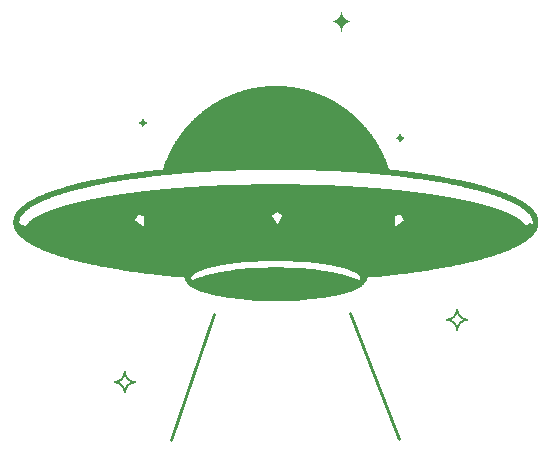
<source format=gtl>
G04*
G04 #@! TF.GenerationSoftware,Altium Limited,Altium Designer,21.8.1 (53)*
G04*
G04 Layer_Physical_Order=1*
G04 Layer_Color=255*
%FSLAX25Y25*%
%MOIN*%
G70*
G04*
G04 #@! TF.SameCoordinates,B3778B6B-A6FE-4D46-9650-EFEB8E10A687*
G04*
G04*
G04 #@! TF.FilePolarity,Positive*
G04*
G01*
G75*
%ADD10C,0.00800*%
%ADD12C,0.01000*%
G36*
X175475Y197975D02*
X175492Y197632D01*
X175626Y196959D01*
X175888Y196325D01*
X176269Y195755D01*
X176754Y195269D01*
X177325Y194888D01*
X177959Y194626D01*
X178632Y194492D01*
X178975Y194475D01*
X178632Y194458D01*
X177959Y194324D01*
X177325Y194062D01*
X176754Y193680D01*
X176269Y193195D01*
X175888Y192625D01*
X175626Y191991D01*
X175492Y191318D01*
X175475Y190975D01*
X175475Y190975D01*
X175458Y191318D01*
X175324Y191991D01*
X175062Y192625D01*
X174680Y193195D01*
X174195Y193680D01*
X173625Y194062D01*
X172991Y194324D01*
X172318Y194458D01*
X171975Y194475D01*
Y194475D01*
X172318Y194492D01*
X172991Y194626D01*
X173625Y194888D01*
X174195Y195269D01*
X174680Y195755D01*
X175062Y196325D01*
X175324Y196959D01*
X175458Y197632D01*
X175475Y197975D01*
X175475Y197975D01*
D02*
G37*
G36*
X155549Y172870D02*
X156688D01*
Y172799D01*
X156617D01*
Y172763D01*
X157294D01*
Y172728D01*
X158220D01*
Y172692D01*
X158540D01*
Y172585D01*
X158861D01*
Y172549D01*
X159786D01*
Y172514D01*
X160000D01*
Y172478D01*
X159964D01*
Y172407D01*
X160178D01*
Y172371D01*
X160783D01*
Y172336D01*
X160926D01*
Y172265D01*
X160783D01*
Y172229D01*
X160748D01*
Y172193D01*
X160783D01*
Y172158D01*
X161246D01*
Y172122D01*
X161674D01*
Y172087D01*
X161745D01*
Y172051D01*
X161709D01*
Y172015D01*
X161745D01*
Y171980D01*
X162065D01*
Y171944D01*
X162635D01*
Y171908D01*
X162813D01*
Y171873D01*
X162671D01*
Y171837D01*
X162778D01*
Y171802D01*
X162991D01*
Y171766D01*
X163347D01*
Y171659D01*
X163490D01*
Y171624D01*
X163917D01*
Y171588D01*
X164095D01*
Y171517D01*
X164060D01*
Y171481D01*
X164131D01*
Y171446D01*
X164594D01*
Y171410D01*
X164665D01*
Y171339D01*
X164629D01*
Y171303D01*
X164807D01*
Y171267D01*
X165199D01*
Y171232D01*
X165377D01*
Y171161D01*
X165235D01*
Y171125D01*
X165199D01*
Y171089D01*
X165235D01*
Y171054D01*
X165413D01*
Y171018D01*
X165733D01*
Y170983D01*
X165769D01*
Y170876D01*
X165947D01*
Y170840D01*
X166054D01*
Y170876D01*
X166089D01*
Y170840D01*
X166339D01*
Y170805D01*
X166481D01*
Y170698D01*
X166659D01*
Y170662D01*
X166837D01*
Y170626D01*
X166873D01*
Y170591D01*
X166837D01*
Y170555D01*
X166873D01*
Y170520D01*
X167264D01*
Y170484D01*
X167443D01*
Y170342D01*
X167763D01*
Y170306D01*
X167941D01*
Y170199D01*
X167977D01*
Y170164D01*
X168155D01*
Y170128D01*
X168262D01*
Y170164D01*
X168333D01*
Y170128D01*
X168404D01*
Y170092D01*
X168368D01*
Y170021D01*
X168546D01*
Y169985D01*
X168725D01*
Y169950D01*
X168867D01*
Y169879D01*
X168760D01*
Y169843D01*
X168725D01*
Y169807D01*
X168760D01*
Y169772D01*
X168903D01*
Y169736D01*
X169081D01*
Y169701D01*
X169259D01*
Y169665D01*
X169223D01*
Y169594D01*
X169294D01*
Y169558D01*
X169330D01*
Y169594D01*
X169472D01*
Y169558D01*
X169650D01*
Y169416D01*
X169828D01*
Y169380D01*
X170007D01*
Y169344D01*
X170042D01*
Y169309D01*
X170007D01*
Y169273D01*
X170042D01*
Y169238D01*
X170078D01*
Y169273D01*
X170113D01*
Y169238D01*
X170220D01*
Y169202D01*
X170256D01*
Y169238D01*
X170291D01*
Y169202D01*
X170398D01*
Y169167D01*
X170434D01*
Y169202D01*
X170469D01*
Y169167D01*
X170505D01*
Y169131D01*
X170469D01*
Y169095D01*
X170505D01*
Y169060D01*
X170754D01*
Y169024D01*
X170932D01*
Y168953D01*
X170897D01*
Y168917D01*
X170932D01*
Y168882D01*
X171110D01*
Y168846D01*
X171253D01*
Y168739D01*
X171146D01*
Y168668D01*
X171288D01*
Y168632D01*
X171467D01*
Y168597D01*
X171609D01*
Y168490D01*
X171644D01*
Y168454D01*
X171894D01*
Y168419D01*
X171929D01*
Y168383D01*
X171894D01*
Y168312D01*
X172072D01*
Y168276D01*
X172214D01*
Y168241D01*
X172250D01*
Y168134D01*
X172392D01*
Y168098D01*
X172570D01*
Y167956D01*
X172748D01*
Y167920D01*
X172998D01*
Y167849D01*
X172962D01*
Y167813D01*
X172998D01*
Y167778D01*
X173176D01*
Y167742D01*
X173318D01*
Y167635D01*
X173211D01*
Y167600D01*
X173176D01*
Y167564D01*
X173318D01*
Y167528D01*
X173496D01*
Y167493D01*
X173532D01*
Y167457D01*
X173639D01*
Y167422D01*
X173532D01*
Y167386D01*
X173639D01*
Y167350D01*
X173710D01*
Y167315D01*
X173852D01*
Y167208D01*
X173888D01*
Y167172D01*
X173995D01*
Y167208D01*
X174066D01*
Y167172D01*
X174137D01*
Y167137D01*
X174244D01*
Y167030D01*
X174280D01*
Y166994D01*
X174458D01*
Y166959D01*
X174493D01*
Y166923D01*
X174458D01*
Y166852D01*
X174600D01*
Y166816D01*
X174778D01*
Y166674D01*
X174956D01*
Y166638D01*
X174992D01*
Y166496D01*
X174956D01*
Y166460D01*
X174992D01*
Y166425D01*
X175099D01*
Y166460D01*
X175170D01*
Y166425D01*
X175206D01*
Y166389D01*
X175384D01*
Y166246D01*
X175526D01*
Y166211D01*
X175597D01*
Y166175D01*
X175633D01*
Y166211D01*
X175669D01*
Y166175D01*
X175704D01*
Y166140D01*
X175597D01*
Y166104D01*
X175704D01*
Y166068D01*
X175775D01*
Y166033D01*
X175882D01*
Y165926D01*
X175918D01*
Y165890D01*
X176096D01*
Y165855D01*
X176309D01*
Y165784D01*
X176274D01*
Y165748D01*
X176309D01*
Y165712D01*
X176381D01*
Y165677D01*
X176416D01*
Y165712D01*
X176452D01*
Y165677D01*
X176488D01*
Y165570D01*
X176523D01*
Y165534D01*
X176666D01*
Y165499D01*
X176701D01*
Y165427D01*
X176666D01*
Y165321D01*
X176808D01*
Y165285D01*
X176879D01*
Y165249D01*
X176986D01*
Y165143D01*
X177022D01*
Y165107D01*
X177164D01*
Y164964D01*
X177342D01*
Y164929D01*
X177378D01*
Y164786D01*
X177627D01*
Y164751D01*
X177769D01*
Y164680D01*
X177734D01*
Y164644D01*
X177769D01*
Y164608D01*
X177912D01*
Y164573D01*
X177947D01*
Y164466D01*
X177983D01*
Y164430D01*
X178126D01*
Y164181D01*
X178304D01*
Y164145D01*
X178446D01*
Y164003D01*
X178482D01*
Y163967D01*
X178517D01*
Y163861D01*
X178588D01*
Y163967D01*
X178695D01*
Y163932D01*
X178660D01*
Y163896D01*
X178695D01*
Y163861D01*
X178731D01*
Y163825D01*
X178873D01*
Y163682D01*
X178909D01*
Y163647D01*
X179051D01*
Y163505D01*
X179194D01*
Y163469D01*
X179229D01*
Y163362D01*
X179265D01*
Y163326D01*
X179408D01*
Y163184D01*
X179550D01*
Y163148D01*
X179586D01*
Y163113D01*
X179621D01*
Y163077D01*
X179692D01*
Y163113D01*
X179799D01*
Y163006D01*
X179692D01*
Y163041D01*
X179621D01*
Y163006D01*
X179586D01*
Y162970D01*
X179621D01*
Y162935D01*
X179728D01*
Y162970D01*
X179764D01*
Y162935D01*
X179799D01*
Y162899D01*
X179835D01*
Y162864D01*
X179977D01*
Y162792D01*
X179942D01*
Y162757D01*
X179977D01*
Y162721D01*
X180120D01*
Y162685D01*
X180155D01*
Y162579D01*
X180191D01*
Y162543D01*
X180333D01*
Y162400D01*
X180369D01*
Y162365D01*
X180511D01*
Y162223D01*
X180654D01*
Y162187D01*
X180690D01*
Y162045D01*
X180903D01*
Y162009D01*
X180939D01*
Y161795D01*
X181081D01*
Y161760D01*
X181117D01*
Y161617D01*
X181259D01*
Y161582D01*
X181295D01*
Y161439D01*
X181437D01*
Y161404D01*
X181473D01*
Y161261D01*
X181615D01*
Y161119D01*
X181758D01*
Y161083D01*
X181793D01*
Y160941D01*
X181865D01*
Y160905D01*
X181900D01*
Y160941D01*
X182007D01*
Y160905D01*
X182043D01*
Y160691D01*
X182078D01*
Y160656D01*
X182150D01*
Y160691D01*
X182185D01*
Y160656D01*
X182221D01*
Y160513D01*
X182363D01*
Y160478D01*
X182399D01*
Y160335D01*
X182541D01*
Y160300D01*
X182577D01*
Y160264D01*
X182541D01*
Y160193D01*
X182577D01*
Y160157D01*
X182684D01*
Y160122D01*
X182719D01*
Y160015D01*
X182755D01*
Y159979D01*
X182897D01*
Y159801D01*
X183040D01*
Y159765D01*
X183075D01*
Y159730D01*
X183040D01*
Y159587D01*
X183075D01*
Y159552D01*
X183111D01*
Y159409D01*
X183218D01*
Y159445D01*
X183289D01*
Y159409D01*
X183325D01*
Y159374D01*
X183360D01*
Y159231D01*
X183503D01*
Y159089D01*
X183538D01*
Y159053D01*
X183645D01*
Y159018D01*
X183681D01*
Y158875D01*
X183823D01*
Y158733D01*
X183859D01*
Y158697D01*
X184001D01*
Y158555D01*
X183966D01*
Y158519D01*
X184001D01*
Y158448D01*
X184037D01*
Y158305D01*
X184179D01*
Y158270D01*
X184215D01*
Y158127D01*
X184429D01*
Y158092D01*
X184464D01*
Y157949D01*
X184607D01*
Y157771D01*
X184642D01*
Y157736D01*
X184713D01*
Y157771D01*
X184749D01*
Y157736D01*
X184785D01*
Y157700D01*
X184749D01*
Y157629D01*
X184785D01*
Y157593D01*
X184820D01*
Y157558D01*
X184927D01*
Y157486D01*
X184820D01*
Y157379D01*
X184927D01*
Y157344D01*
X184963D01*
Y157202D01*
X184998D01*
Y157166D01*
X185034D01*
Y157202D01*
X185070D01*
Y157166D01*
X185105D01*
Y157023D01*
X185141D01*
Y156988D01*
X185283D01*
Y156845D01*
X185319D01*
Y156774D01*
X185354D01*
Y156739D01*
X185319D01*
Y156703D01*
X185354D01*
Y156667D01*
X185426D01*
Y156703D01*
X185461D01*
Y156739D01*
X185426D01*
Y156810D01*
X185497D01*
Y156703D01*
X185532D01*
Y156667D01*
X185568D01*
Y156489D01*
X185711D01*
Y156347D01*
X185746D01*
Y156311D01*
X185782D01*
Y156276D01*
X185817D01*
Y156311D01*
X185853D01*
Y156276D01*
X185889D01*
Y156204D01*
X185853D01*
Y156098D01*
X185889D01*
Y156062D01*
X185924D01*
Y155884D01*
X185995D01*
Y155920D01*
X186031D01*
Y155884D01*
X186067D01*
Y155742D01*
X186102D01*
Y155706D01*
X186209D01*
Y155563D01*
X186245D01*
Y155528D01*
X186280D01*
Y155385D01*
X186387D01*
Y155350D01*
X186423D01*
Y155207D01*
X186458D01*
Y155172D01*
X186530D01*
Y155207D01*
X186636D01*
Y154958D01*
X186672D01*
Y154922D01*
X186708D01*
Y154851D01*
X186672D01*
Y154816D01*
X186814D01*
Y154744D01*
X186850D01*
Y154602D01*
X186886D01*
Y154566D01*
X186993D01*
Y154531D01*
X186957D01*
Y154495D01*
X186993D01*
Y154424D01*
X187028D01*
Y154281D01*
X187135D01*
Y154246D01*
X187171D01*
Y154103D01*
X187206D01*
Y154068D01*
X187313D01*
Y153854D01*
X187349D01*
Y153676D01*
X187384D01*
Y153640D01*
X187491D01*
Y153534D01*
X187527D01*
Y153462D01*
X187562D01*
Y153320D01*
X187669D01*
Y153356D01*
X187740D01*
Y153320D01*
X187776D01*
Y153142D01*
X187812D01*
Y153106D01*
X187847D01*
Y153142D01*
X187918D01*
Y152964D01*
X187954D01*
Y152715D01*
X187990D01*
Y152608D01*
X188096D01*
Y152537D01*
X188132D01*
Y152394D01*
X188168D01*
Y152358D01*
X188203D01*
Y152394D01*
X188239D01*
Y152358D01*
X188274D01*
Y152216D01*
X188310D01*
Y152074D01*
X188346D01*
Y152038D01*
X188381D01*
Y152074D01*
X188417D01*
Y152038D01*
X188452D01*
Y151860D01*
X188488D01*
Y151611D01*
X188630D01*
Y151433D01*
X188666D01*
Y151290D01*
X188702D01*
Y151255D01*
X188737D01*
Y151290D01*
X188773D01*
Y151326D01*
X188844D01*
Y151255D01*
X188880D01*
Y151076D01*
X188915D01*
Y150934D01*
X189058D01*
Y150614D01*
X189093D01*
Y150578D01*
X189200D01*
Y150364D01*
X189236D01*
Y150186D01*
X189271D01*
Y150151D01*
X189378D01*
Y149973D01*
X189414D01*
Y149830D01*
X189521D01*
Y149795D01*
X189556D01*
Y149617D01*
X189592D01*
Y149581D01*
X189556D01*
Y149510D01*
X189592D01*
Y149260D01*
X189628D01*
Y149225D01*
X189663D01*
Y149260D01*
X189699D01*
Y149225D01*
X189734D01*
Y149047D01*
X189770D01*
Y148904D01*
X189877D01*
Y148869D01*
X189912D01*
Y148691D01*
X189948D01*
Y148548D01*
X189984D01*
Y148513D01*
X190019D01*
Y148548D01*
X190126D01*
Y148513D01*
X190162D01*
Y148121D01*
X190197D01*
Y147943D01*
X190269D01*
Y147978D01*
X190304D01*
Y147943D01*
X190340D01*
Y147729D01*
X190375D01*
Y147694D01*
X190340D01*
Y147658D01*
X190375D01*
Y147587D01*
X190482D01*
Y147409D01*
X190518D01*
Y147231D01*
X190553D01*
Y147124D01*
X190518D01*
Y147053D01*
X190553D01*
Y147017D01*
X190660D01*
Y146839D01*
X190696D01*
Y146519D01*
X190732D01*
Y146483D01*
X190767D01*
Y146519D01*
X190803D01*
Y146483D01*
X190838D01*
Y146305D01*
X190874D01*
Y146091D01*
X190910D01*
Y146020D01*
X190874D01*
Y145913D01*
X190945D01*
Y145949D01*
X190981D01*
Y145878D01*
X191016D01*
Y145664D01*
X191052D01*
Y145628D01*
X191016D01*
Y145593D01*
X191052D01*
Y145521D01*
X191088D01*
Y145414D01*
X191123D01*
Y145521D01*
X191159D01*
Y145557D01*
X191230D01*
Y145414D01*
X191266D01*
Y145237D01*
X191301D01*
Y145201D01*
X191444D01*
Y145165D01*
X191479D01*
Y145058D01*
X191978D01*
Y145023D01*
X192761D01*
Y144987D01*
X192939D01*
Y144916D01*
X192761D01*
Y144880D01*
X192726D01*
Y144845D01*
X192868D01*
Y144809D01*
X193473D01*
Y144774D01*
X194613D01*
Y144738D01*
X194933D01*
Y144702D01*
X194827D01*
Y144631D01*
X195290D01*
Y144596D01*
X196073D01*
Y144560D01*
X196215D01*
Y144524D01*
X196073D01*
Y144489D01*
X196251D01*
Y144453D01*
X197035D01*
Y144418D01*
X197533D01*
Y144346D01*
X197497D01*
Y144311D01*
X197711D01*
Y144275D01*
X198601D01*
Y144239D01*
X199278D01*
Y144204D01*
X199314D01*
Y144239D01*
X199349D01*
Y144204D01*
X199385D01*
Y144168D01*
X199242D01*
Y144133D01*
X199456D01*
Y144097D01*
X199492D01*
Y144133D01*
X199527D01*
Y144097D01*
X200061D01*
Y144061D01*
X200524D01*
Y144026D01*
X200489D01*
Y143990D01*
X200382D01*
Y143955D01*
X200880D01*
Y143919D01*
X201628D01*
Y143883D01*
X201806D01*
Y143848D01*
X201771D01*
Y143812D01*
X201806D01*
Y143777D01*
X202269D01*
Y143741D01*
X203053D01*
Y143705D01*
X203266D01*
Y143634D01*
X203088D01*
Y143598D01*
X203053D01*
Y143563D01*
X203088D01*
Y143527D01*
X203444D01*
Y143492D01*
X204050D01*
Y143456D01*
X204335D01*
Y143420D01*
X204192D01*
Y143385D01*
X204228D01*
Y143349D01*
X204726D01*
Y143314D01*
X204833D01*
Y143349D01*
X204904D01*
Y143314D01*
X205332D01*
Y143278D01*
X205474D01*
Y143242D01*
X205438D01*
Y143207D01*
X205474D01*
Y143171D01*
X206080D01*
Y143135D01*
X206578D01*
Y143100D01*
X206720D01*
Y143064D01*
X206614D01*
Y143029D01*
X206756D01*
Y142993D01*
X207326D01*
Y142957D01*
X207717D01*
Y142886D01*
X207682D01*
Y142851D01*
X207896D01*
Y142815D01*
X208501D01*
Y142779D01*
X208679D01*
Y142744D01*
X208643D01*
Y142673D01*
X208964D01*
Y142637D01*
X209747D01*
Y142601D01*
X209961D01*
Y142530D01*
X209890D01*
Y142494D01*
X209783D01*
Y142459D01*
X209890D01*
Y142423D01*
X210068D01*
Y142388D01*
X210424D01*
Y142352D01*
X210851D01*
Y142281D01*
X210816D01*
Y142245D01*
X211172D01*
Y142210D01*
X211563D01*
Y142174D01*
X211777D01*
Y142067D01*
X212133D01*
Y142032D01*
X212667D01*
Y141996D01*
X212917D01*
Y141960D01*
X212881D01*
Y141889D01*
X213237D01*
Y141853D01*
X213558D01*
Y141818D01*
X213593D01*
Y141782D01*
X213558D01*
Y141747D01*
X213736D01*
Y141711D01*
X214234D01*
Y141675D01*
X214270D01*
Y141711D01*
X214305D01*
Y141675D01*
X214519D01*
Y141569D01*
X214697D01*
Y141533D01*
X215302D01*
Y141497D01*
X215623D01*
Y141426D01*
X215480D01*
Y141319D01*
X215623D01*
Y141284D01*
X215944D01*
Y141248D01*
X216157D01*
Y141141D01*
X216442D01*
Y141106D01*
X216478D01*
Y141141D01*
X216549D01*
Y141106D01*
X216905D01*
Y141070D01*
X217047D01*
Y141034D01*
X216941D01*
Y140963D01*
X217261D01*
Y140928D01*
X217724D01*
Y140892D01*
X217760D01*
Y140928D01*
X217831D01*
Y140892D01*
X217902D01*
Y140856D01*
X217866D01*
Y140785D01*
X218187D01*
Y140750D01*
X218614D01*
Y140714D01*
X218650D01*
Y140643D01*
X218757D01*
Y140607D01*
X219113D01*
Y140572D01*
X219326D01*
Y140465D01*
X219469D01*
Y140429D01*
X219896D01*
Y140393D01*
X220252D01*
Y140358D01*
X220288D01*
Y140322D01*
X220252D01*
Y140287D01*
X220110D01*
Y140216D01*
X220252D01*
Y140180D01*
X220573D01*
Y140144D01*
X220858D01*
Y140037D01*
X221000D01*
Y140002D01*
X221356D01*
Y139966D01*
X221534D01*
Y139931D01*
X221499D01*
Y139859D01*
X221677D01*
Y139824D01*
X222140D01*
Y139788D01*
X222318D01*
Y139681D01*
X222460D01*
Y139646D01*
X222816D01*
Y139610D01*
X222852D01*
Y139575D01*
X222816D01*
Y139539D01*
X222852D01*
Y139503D01*
X223244D01*
Y139468D01*
X223457D01*
Y139432D01*
X223564D01*
Y139396D01*
X223457D01*
Y139361D01*
X223564D01*
Y139325D01*
X223813D01*
Y139290D01*
X223849D01*
Y139325D01*
X223885D01*
Y139290D01*
X224134D01*
Y139254D01*
X224241D01*
Y139290D01*
X224312D01*
Y139254D01*
X224347D01*
Y139183D01*
X224134D01*
Y139112D01*
X224169D01*
Y139076D01*
X224205D01*
Y139112D01*
X224312D01*
Y139076D01*
X224490D01*
Y139040D01*
X224704D01*
Y139005D01*
X224846D01*
Y138969D01*
X224704D01*
Y138934D01*
X224846D01*
Y138898D01*
X225060D01*
Y138862D01*
X225273D01*
Y138791D01*
X225238D01*
Y138755D01*
X225344D01*
Y138791D01*
X225309D01*
Y138827D01*
X225344D01*
Y138862D01*
X225416D01*
Y138827D01*
X225451D01*
Y138791D01*
X225416D01*
Y138755D01*
X225451D01*
Y138720D01*
X225807D01*
Y138684D01*
X225986D01*
Y138649D01*
X226021D01*
Y138613D01*
X225986D01*
Y138577D01*
X226128D01*
Y138542D01*
X226342D01*
Y138506D01*
X226591D01*
Y138471D01*
X226555D01*
Y138399D01*
X226733D01*
Y138364D01*
X226947D01*
Y138328D01*
X227089D01*
Y138293D01*
X227054D01*
Y138257D01*
X227089D01*
Y138221D01*
X227268D01*
Y138186D01*
X227695D01*
Y138150D01*
X227837D01*
Y138079D01*
X227695D01*
Y137972D01*
X227873D01*
Y137936D01*
X228051D01*
Y137901D01*
X228193D01*
Y137794D01*
X228371D01*
Y137758D01*
X228585D01*
Y137723D01*
X228621D01*
Y137758D01*
X228656D01*
Y137723D01*
X228692D01*
Y137616D01*
X228977D01*
Y137580D01*
X229155D01*
Y137545D01*
X229297D01*
Y137509D01*
X229190D01*
Y137473D01*
X229297D01*
Y137438D01*
X229475D01*
Y137402D01*
X229653D01*
Y137295D01*
X229796D01*
Y137260D01*
X230081D01*
Y137224D01*
X230116D01*
Y137189D01*
X230081D01*
Y137153D01*
X230116D01*
Y137117D01*
X230259D01*
Y137082D01*
X230579D01*
Y137046D01*
X230615D01*
Y136939D01*
X230757D01*
Y136904D01*
X230935D01*
Y136868D01*
X231007D01*
Y136832D01*
X230971D01*
Y136797D01*
X230935D01*
Y136726D01*
X230971D01*
Y136690D01*
X231185D01*
Y136654D01*
X231398D01*
Y136619D01*
X231505D01*
Y136512D01*
X231683D01*
Y136476D01*
X231897D01*
Y136334D01*
X232075D01*
Y136298D01*
X232324D01*
Y136191D01*
X232431D01*
Y136156D01*
X232645D01*
Y136120D01*
X232680D01*
Y136013D01*
X232823D01*
Y135978D01*
X233001D01*
Y135942D01*
X233143D01*
Y135871D01*
X233107D01*
Y135835D01*
X233179D01*
Y135800D01*
X233428D01*
Y135764D01*
X233571D01*
Y135693D01*
X233464D01*
Y135657D01*
X233428D01*
Y135586D01*
X233606D01*
Y135550D01*
X233784D01*
Y135515D01*
X233891D01*
Y135408D01*
X233927D01*
Y135372D01*
X234140D01*
Y135337D01*
X234247D01*
Y135230D01*
X234283D01*
Y135194D01*
X234461D01*
Y135088D01*
X234496D01*
Y135052D01*
X234568D01*
Y135088D01*
X234639D01*
Y135052D01*
X234746D01*
Y135016D01*
X234888D01*
Y134874D01*
X235066D01*
Y134838D01*
X235209D01*
Y134731D01*
X235244D01*
Y134696D01*
X235387D01*
Y134660D01*
X235529D01*
Y134625D01*
X235565D01*
Y134589D01*
X235529D01*
Y134482D01*
X235565D01*
Y134447D01*
X235778D01*
Y134411D01*
X235814D01*
Y134304D01*
X235956D01*
Y134269D01*
X236134D01*
Y134233D01*
X236170D01*
Y134090D01*
X236348D01*
Y134055D01*
X236455D01*
Y133948D01*
X236526D01*
Y133913D01*
X236669D01*
Y133770D01*
X236918D01*
Y133734D01*
X236953D01*
Y133699D01*
X236989D01*
Y133734D01*
X237060D01*
Y133663D01*
X236953D01*
Y133628D01*
X237060D01*
Y133592D01*
X237132D01*
Y133556D01*
X237274D01*
Y133449D01*
X237238D01*
Y133378D01*
X237274D01*
Y133343D01*
X237416D01*
Y133307D01*
X237452D01*
Y133165D01*
X237630D01*
Y133129D01*
X237772D01*
Y133058D01*
X237737D01*
Y133022D01*
X237772D01*
Y132987D01*
X237808D01*
Y132951D01*
X237915D01*
Y132987D01*
X237986D01*
Y132951D01*
X238022D01*
Y132809D01*
X238164D01*
Y132773D01*
X238200D01*
Y132666D01*
X238235D01*
Y132631D01*
X238271D01*
Y132666D01*
X238342D01*
Y132631D01*
X238378D01*
Y132488D01*
X238520D01*
Y132452D01*
X238556D01*
Y132417D01*
X238592D01*
Y132381D01*
X238556D01*
Y132239D01*
X238698D01*
Y132203D01*
X238734D01*
Y132061D01*
X238805D01*
Y132096D01*
X238841D01*
Y132061D01*
X238876D01*
Y132025D01*
X238912D01*
Y131883D01*
X239019D01*
Y131918D01*
X239090D01*
Y131883D01*
X239126D01*
Y131847D01*
X239161D01*
Y131740D01*
X239268D01*
Y131705D01*
X239304D01*
Y131669D01*
X239339D01*
Y131562D01*
X239446D01*
Y131527D01*
X239482D01*
Y131491D01*
X239517D01*
Y131455D01*
X239482D01*
Y131420D01*
X239517D01*
Y131384D01*
X239624D01*
Y131349D01*
X239660D01*
Y131206D01*
X239695D01*
Y131170D01*
X239731D01*
Y131206D01*
X239767D01*
Y131170D01*
X239802D01*
Y130957D01*
X239838D01*
Y130921D01*
X239980D01*
Y130779D01*
X240016D01*
Y130601D01*
X240123D01*
Y130636D01*
X240194D01*
Y130601D01*
X240230D01*
Y130565D01*
X240265D01*
Y130423D01*
X240301D01*
Y130387D01*
X240336D01*
Y130423D01*
X240372D01*
Y130387D01*
X240408D01*
Y130245D01*
X240443D01*
Y130102D01*
X240550D01*
Y130067D01*
X240586D01*
Y129817D01*
X240621D01*
Y129639D01*
X240728D01*
Y129604D01*
X240764D01*
Y129354D01*
X240799D01*
Y129283D01*
X240835D01*
Y129319D01*
X240906D01*
Y129141D01*
X240942D01*
Y128927D01*
X240977D01*
Y128856D01*
X240942D01*
Y128749D01*
X240977D01*
Y128713D01*
X241013D01*
Y128749D01*
X241049D01*
Y128713D01*
X241084D01*
Y128215D01*
X241120D01*
Y126684D01*
X241084D01*
Y126648D01*
X241120D01*
Y126541D01*
X241084D01*
Y126149D01*
X241049D01*
Y126114D01*
X241013D01*
Y126149D01*
X240977D01*
Y126007D01*
X240942D01*
Y125793D01*
X240906D01*
Y125615D01*
X240835D01*
Y125651D01*
X240799D01*
Y125402D01*
X240764D01*
Y125224D01*
X240728D01*
Y125188D01*
X240621D01*
Y125046D01*
X240586D01*
Y124832D01*
X240550D01*
Y124725D01*
X240443D01*
Y124689D01*
X240408D01*
Y124511D01*
X240265D01*
Y124369D01*
X240230D01*
Y124298D01*
X240194D01*
Y124262D01*
X240230D01*
Y124120D01*
X240087D01*
Y124155D01*
X240052D01*
Y124120D01*
X240016D01*
Y124084D01*
X239980D01*
Y123906D01*
X239838D01*
Y123764D01*
X239802D01*
Y123728D01*
X239695D01*
Y123621D01*
X239660D01*
Y123585D01*
X239624D01*
Y123443D01*
X239553D01*
Y123514D01*
X239589D01*
Y123550D01*
X239517D01*
Y123443D01*
X239482D01*
Y123372D01*
X239446D01*
Y123265D01*
X239339D01*
Y123229D01*
X239304D01*
Y123016D01*
X239161D01*
Y122980D01*
X239126D01*
Y122838D01*
X238912D01*
Y122802D01*
X238876D01*
Y122660D01*
X238734D01*
Y122624D01*
X238698D01*
Y122517D01*
X238663D01*
Y122482D01*
X238556D01*
Y122446D01*
X238520D01*
Y122339D01*
X238414D01*
Y122304D01*
X238378D01*
Y122268D01*
X238342D01*
Y122161D01*
X238200D01*
Y122125D01*
X238057D01*
Y122090D01*
X238022D01*
Y122019D01*
X238057D01*
Y121912D01*
X238022D01*
Y121876D01*
X237808D01*
Y121841D01*
X237772D01*
Y121734D01*
X237737D01*
Y121698D01*
X237594D01*
Y121556D01*
X237452D01*
Y121520D01*
X237310D01*
Y121485D01*
X237274D01*
Y121378D01*
X237238D01*
Y121342D01*
X237096D01*
Y121200D01*
X236918D01*
Y121057D01*
X236882D01*
Y121022D01*
X236811D01*
Y121057D01*
X236704D01*
Y121022D01*
X236633D01*
Y120986D01*
X236491D01*
Y120772D01*
X236312D01*
Y120737D01*
X236277D01*
Y120666D01*
X236312D01*
Y120630D01*
X236170D01*
Y120594D01*
X235992D01*
Y120559D01*
X235956D01*
Y120523D01*
X235992D01*
Y120452D01*
X235814D01*
Y120416D01*
X235743D01*
Y120381D01*
X235671D01*
Y120416D01*
X235600D01*
Y120381D01*
X235565D01*
Y120274D01*
X235529D01*
Y120238D01*
X235351D01*
Y120131D01*
X235244D01*
Y120096D01*
X235173D01*
Y120060D01*
X235031D01*
Y119918D01*
X234852D01*
Y119882D01*
X234674D01*
Y119775D01*
X234710D01*
Y119704D01*
X234674D01*
Y119668D01*
X234461D01*
Y119633D01*
X234283D01*
Y119526D01*
X234247D01*
Y119490D01*
X234069D01*
Y119455D01*
X233962D01*
Y119348D01*
X233927D01*
Y119312D01*
X233713D01*
Y119277D01*
X233606D01*
Y119170D01*
X233571D01*
Y119134D01*
X233392D01*
Y119099D01*
X233250D01*
Y119134D01*
X233214D01*
Y119099D01*
X233179D01*
Y118992D01*
X233001D01*
Y118956D01*
X232823D01*
Y118885D01*
X232858D01*
Y118849D01*
X232823D01*
Y118814D01*
X232645D01*
Y118778D01*
X232467D01*
Y118636D01*
X232289D01*
Y118600D01*
X232039D01*
Y118564D01*
X232004D01*
Y118529D01*
X232039D01*
Y118422D01*
X232004D01*
Y118386D01*
X231754D01*
Y118351D01*
X231683D01*
Y118244D01*
X231647D01*
Y118208D01*
X231612D01*
Y118244D01*
X231576D01*
Y118208D01*
X231363D01*
Y118173D01*
X231185D01*
Y118066D01*
X231149D01*
Y118030D01*
X230793D01*
Y117995D01*
X230722D01*
Y117959D01*
X230757D01*
Y117888D01*
X230579D01*
Y117852D01*
X230401D01*
Y117817D01*
X230294D01*
Y117781D01*
X230401D01*
Y117745D01*
X230294D01*
Y117710D01*
X230081D01*
Y117674D01*
X229796D01*
Y117568D01*
X229689D01*
Y117532D01*
X229511D01*
Y117496D01*
X229333D01*
Y117461D01*
X229297D01*
Y117389D01*
X229333D01*
Y117354D01*
X229440D01*
Y117318D01*
X229297D01*
Y117283D01*
X229119D01*
Y117247D01*
X228941D01*
Y117140D01*
X228906D01*
Y117104D01*
X228870D01*
Y117140D01*
X228763D01*
Y117104D01*
X228549D01*
Y117069D01*
X228336D01*
Y116962D01*
X228229D01*
Y116927D01*
X228015D01*
Y116891D01*
X227837D01*
Y116820D01*
X227873D01*
Y116784D01*
X227695D01*
Y116748D01*
X227410D01*
Y116713D01*
X227268D01*
Y116606D01*
X227089D01*
Y116570D01*
X226769D01*
Y116535D01*
X226733D01*
Y116428D01*
X226555D01*
Y116392D01*
X226164D01*
Y116357D01*
X226021D01*
Y116286D01*
X226164D01*
Y116214D01*
X226128D01*
Y116179D01*
X225950D01*
Y116143D01*
X225879D01*
Y116179D01*
X225843D01*
Y116143D01*
X225629D01*
Y116001D01*
X225238D01*
Y115965D01*
X225024D01*
Y115929D01*
X224989D01*
Y115894D01*
X225024D01*
Y115858D01*
X224989D01*
Y115823D01*
X224953D01*
Y115858D01*
X224917D01*
Y115823D01*
X224668D01*
Y115787D01*
X224347D01*
Y115680D01*
X224312D01*
Y115645D01*
X224241D01*
Y115680D01*
X224134D01*
Y115645D01*
X223920D01*
Y115609D01*
X223778D01*
Y115502D01*
X223600D01*
Y115466D01*
X223244D01*
Y115431D01*
X222994D01*
Y115324D01*
X222816D01*
Y115288D01*
X222496D01*
Y115253D01*
X222318D01*
Y115182D01*
X222460D01*
Y115146D01*
X222496D01*
Y115110D01*
X222460D01*
Y115075D01*
X222282D01*
Y115039D01*
X221890D01*
Y115004D01*
X221748D01*
Y114968D01*
X221855D01*
Y114897D01*
X221783D01*
Y114932D01*
X221748D01*
Y114897D01*
X221534D01*
Y114861D01*
X221178D01*
Y114825D01*
X221036D01*
Y114719D01*
X220822D01*
Y114683D01*
X220715D01*
Y114719D01*
X220644D01*
Y114683D01*
X220395D01*
Y114647D01*
X220252D01*
Y114612D01*
X220395D01*
Y114576D01*
X220252D01*
Y114541D01*
X219932D01*
Y114505D01*
X219754D01*
Y114398D01*
X219683D01*
Y114363D01*
X219647D01*
Y114398D01*
X219504D01*
Y114363D01*
X219148D01*
Y114327D01*
X218935D01*
Y114256D01*
X218970D01*
Y114220D01*
X218792D01*
Y114184D01*
X218329D01*
Y114149D01*
X218009D01*
Y114078D01*
X218044D01*
Y114042D01*
X218187D01*
Y113971D01*
X217866D01*
Y113935D01*
X217653D01*
Y113900D01*
X217617D01*
Y113935D01*
X217546D01*
Y113900D01*
X217475D01*
Y113828D01*
X217510D01*
Y113793D01*
X217119D01*
Y113757D01*
X216727D01*
Y113722D01*
X216549D01*
Y113615D01*
X216193D01*
Y113579D01*
X215801D01*
Y113543D01*
X215623D01*
Y113437D01*
X215267D01*
Y113401D01*
X214875D01*
Y113294D01*
X214840D01*
Y113259D01*
X214768D01*
Y113294D01*
X214733D01*
Y113259D01*
X214305D01*
Y113223D01*
X214270D01*
Y113259D01*
X214234D01*
Y113223D01*
X213985D01*
Y113187D01*
X213949D01*
Y113152D01*
X213985D01*
Y113116D01*
X213771D01*
Y113081D01*
X213415D01*
Y113045D01*
X213059D01*
Y113009D01*
X212917D01*
Y112974D01*
X213059D01*
Y112938D01*
X213095D01*
Y112902D01*
X213166D01*
Y112938D01*
X213201D01*
Y112867D01*
X212917D01*
Y112831D01*
X212454D01*
Y112796D01*
X212169D01*
Y112724D01*
X212276D01*
Y112689D01*
X212098D01*
Y112653D01*
X212062D01*
Y112689D01*
X211991D01*
Y112653D01*
X211350D01*
Y112618D01*
X211029D01*
Y112511D01*
X210887D01*
Y112475D01*
X210281D01*
Y112440D01*
X210068D01*
Y112404D01*
X210103D01*
Y112333D01*
X209747D01*
Y112297D01*
X209320D01*
Y112261D01*
X209142D01*
Y112226D01*
X209284D01*
Y112190D01*
X209142D01*
Y112155D01*
X208643D01*
Y112119D01*
X208038D01*
Y112012D01*
X208002D01*
Y111977D01*
X207504D01*
Y111941D01*
X207148D01*
Y111905D01*
X206934D01*
Y111870D01*
X207148D01*
Y111834D01*
X206756D01*
Y111799D01*
X206258D01*
Y111763D01*
X206044D01*
Y111727D01*
X205901D01*
Y111763D01*
X205866D01*
Y111727D01*
X205830D01*
Y111656D01*
X205937D01*
Y111692D01*
X206008D01*
Y111656D01*
X206080D01*
Y111585D01*
X205830D01*
Y111549D01*
X205154D01*
Y111514D01*
X204655D01*
Y111478D01*
X204620D01*
Y111514D01*
X204584D01*
Y111478D01*
X204548D01*
Y111442D01*
X204584D01*
Y111407D01*
X204513D01*
Y111371D01*
X204014D01*
Y111336D01*
X203444D01*
Y111265D01*
X203587D01*
Y111229D01*
X203231D01*
Y111193D01*
X202732D01*
Y111158D01*
X202447D01*
Y111122D01*
X202483D01*
Y111086D01*
X202447D01*
Y111051D01*
X201949D01*
Y111015D01*
X201165D01*
Y110980D01*
X200987D01*
Y110944D01*
X201023D01*
Y110908D01*
X200987D01*
Y110873D01*
X200524D01*
Y110837D01*
X199741D01*
Y110801D01*
X199599D01*
Y110766D01*
X199741D01*
Y110730D01*
X199563D01*
Y110695D01*
X198958D01*
Y110659D01*
X198495D01*
Y110624D01*
X198423D01*
Y110588D01*
X198459D01*
Y110552D01*
X198495D01*
Y110517D01*
X198566D01*
Y110552D01*
X198601D01*
Y110517D01*
X198637D01*
Y110481D01*
X198459D01*
Y110445D01*
X197676D01*
Y110410D01*
X196963D01*
Y110374D01*
X196856D01*
Y110410D01*
X196821D01*
Y110374D01*
X196750D01*
Y110339D01*
X196785D01*
Y110303D01*
X196750D01*
Y110267D01*
X196215D01*
Y110232D01*
X195325D01*
Y110196D01*
X195290D01*
Y110161D01*
X195325D01*
Y110125D01*
X195112D01*
Y110089D01*
X194186D01*
Y110054D01*
X193972D01*
Y110018D01*
X194008D01*
Y109947D01*
X193509D01*
Y109911D01*
X192405D01*
Y109876D01*
X191942D01*
Y109840D01*
X191978D01*
Y109769D01*
X191729D01*
Y109733D01*
X191693D01*
Y109769D01*
X191657D01*
Y109733D01*
X190660D01*
Y109698D01*
X190340D01*
Y109662D01*
X190482D01*
Y109626D01*
X190340D01*
Y109591D01*
X189556D01*
Y109555D01*
X188844D01*
Y109520D01*
X188773D01*
Y109555D01*
X188666D01*
Y109520D01*
X188488D01*
Y109448D01*
X188666D01*
Y109413D01*
X188880D01*
Y109377D01*
X188630D01*
Y109342D01*
X187954D01*
Y109306D01*
X186672D01*
Y109270D01*
X186280D01*
Y109235D01*
X186387D01*
Y109163D01*
X185746D01*
Y109128D01*
X184464D01*
Y109092D01*
X184393D01*
Y109057D01*
X184429D01*
Y109021D01*
X184215D01*
Y108985D01*
X184037D01*
Y108950D01*
X183966D01*
Y108914D01*
X183930D01*
Y108950D01*
X183894D01*
Y108807D01*
X183859D01*
Y108451D01*
X183823D01*
Y108060D01*
X183752D01*
Y108166D01*
X183716D01*
Y108024D01*
X183681D01*
Y107846D01*
X183645D01*
Y107703D01*
X183538D01*
Y107668D01*
X183503D01*
Y107490D01*
X183467D01*
Y107347D01*
X183325D01*
Y107098D01*
X183111D01*
Y107062D01*
X183075D01*
Y106920D01*
X182933D01*
Y106778D01*
X182897D01*
Y106742D01*
X182862D01*
Y106706D01*
X182826D01*
Y106742D01*
X182791D01*
Y106706D01*
X182755D01*
Y106599D01*
X182719D01*
Y106564D01*
X182577D01*
Y106421D01*
X182434D01*
Y106386D01*
X182399D01*
Y106279D01*
X182363D01*
Y106243D01*
X182221D01*
Y106208D01*
X182185D01*
Y106101D01*
X182221D01*
Y106030D01*
X182185D01*
Y105994D01*
X182043D01*
Y105959D01*
X181793D01*
Y105816D01*
X181615D01*
Y105780D01*
X181580D01*
Y105674D01*
X181473D01*
Y105638D01*
X181295D01*
Y105496D01*
X181152D01*
Y105460D01*
X180974D01*
Y105424D01*
X180939D01*
Y105318D01*
X180690D01*
Y105282D01*
X180547D01*
Y105246D01*
X180511D01*
Y105140D01*
X180333D01*
Y105104D01*
X180191D01*
Y104997D01*
X180155D01*
Y104962D01*
X179977D01*
Y104926D01*
X179799D01*
Y104819D01*
X179835D01*
Y104748D01*
X179799D01*
Y104712D01*
X179692D01*
Y104748D01*
X179621D01*
Y104712D01*
X179443D01*
Y104677D01*
X179265D01*
Y104641D01*
X179229D01*
Y104605D01*
X179265D01*
Y104570D01*
X179229D01*
Y104534D01*
X179016D01*
Y104499D01*
X178873D01*
Y104427D01*
X178909D01*
Y104392D01*
X178731D01*
Y104356D01*
X178410D01*
Y104321D01*
X178268D01*
Y104214D01*
X178126D01*
Y104178D01*
X177805D01*
Y104142D01*
X177769D01*
Y104036D01*
X177378D01*
Y104000D01*
X177164D01*
Y103893D01*
X177129D01*
Y103858D01*
X176808D01*
Y103822D01*
X176523D01*
Y103786D01*
X176488D01*
Y103715D01*
X176523D01*
Y103680D01*
X176594D01*
Y103715D01*
X176630D01*
Y103644D01*
X176523D01*
Y103608D01*
X176309D01*
Y103573D01*
X175740D01*
Y103466D01*
X175704D01*
Y103430D01*
X175419D01*
Y103395D01*
X175206D01*
Y103288D01*
X174956D01*
Y103252D01*
X174458D01*
Y103217D01*
X174244D01*
Y103110D01*
X174102D01*
Y103074D01*
X173532D01*
Y103039D01*
X173354D01*
Y102932D01*
X172998D01*
Y102896D01*
X172535D01*
Y102860D01*
X172428D01*
Y102789D01*
X172392D01*
Y102754D01*
X172036D01*
Y102718D01*
X171288D01*
Y102682D01*
X171146D01*
Y102611D01*
X171288D01*
Y102576D01*
X171324D01*
Y102540D01*
X171288D01*
Y102504D01*
X170968D01*
Y102469D01*
X170363D01*
Y102433D01*
X170185D01*
Y102398D01*
X170220D01*
Y102362D01*
X170185D01*
Y102326D01*
X169650D01*
Y102291D01*
X169081D01*
Y102255D01*
X169045D01*
Y102219D01*
X169081D01*
Y102184D01*
X168903D01*
Y102148D01*
X168119D01*
Y102113D01*
X167443D01*
Y102006D01*
X167300D01*
Y101970D01*
X166517D01*
Y101935D01*
X165769D01*
Y101863D01*
X165911D01*
Y101828D01*
X165377D01*
Y101792D01*
X164451D01*
Y101757D01*
X164131D01*
Y101721D01*
X164238D01*
Y101650D01*
X164202D01*
Y101685D01*
X164131D01*
Y101650D01*
X163347D01*
Y101614D01*
X161852D01*
Y101578D01*
X161282D01*
Y101507D01*
X161531D01*
Y101472D01*
X161709D01*
Y101436D01*
X161674D01*
Y101400D01*
X161638D01*
Y101436D01*
X161567D01*
Y101400D01*
X160926D01*
Y101365D01*
X160855D01*
Y101400D01*
X160819D01*
Y101365D01*
X159074D01*
Y101329D01*
X157614D01*
Y101294D01*
X157935D01*
Y101222D01*
X155050D01*
Y101187D01*
X151881D01*
Y101222D01*
X149317D01*
Y101294D01*
X149637D01*
Y101329D01*
X148213D01*
Y101365D01*
X146361D01*
Y101400D01*
X145792D01*
Y101436D01*
X145649D01*
Y101472D01*
X145827D01*
Y101507D01*
X146148D01*
Y101543D01*
X146112D01*
Y101578D01*
X145364D01*
Y101614D01*
X143940D01*
Y101650D01*
X142978D01*
Y101721D01*
X143014D01*
Y101757D01*
X142693D01*
Y101792D01*
X141732D01*
Y101828D01*
X141376D01*
Y101899D01*
X141412D01*
Y101935D01*
X140735D01*
Y101970D01*
X139952D01*
Y102006D01*
X139880D01*
Y102041D01*
X139916D01*
Y102077D01*
X139880D01*
Y102113D01*
X139773D01*
Y102077D01*
X139702D01*
Y102113D01*
X139168D01*
Y102148D01*
X138242D01*
Y102184D01*
X138064D01*
Y102219D01*
X138207D01*
Y102255D01*
X138064D01*
Y102291D01*
X137672D01*
Y102326D01*
X137103D01*
Y102362D01*
X137067D01*
Y102398D01*
X137103D01*
Y102433D01*
X136925D01*
Y102469D01*
X136355D01*
Y102504D01*
X136319D01*
Y102469D01*
X136177D01*
Y102504D01*
X135821D01*
Y102611D01*
X135963D01*
Y102647D01*
X135999D01*
Y102682D01*
X135821D01*
Y102718D01*
X135322D01*
Y102754D01*
X134753D01*
Y102789D01*
X134717D01*
Y102860D01*
X134681D01*
Y102896D01*
X134218D01*
Y102932D01*
X133791D01*
Y103003D01*
X133933D01*
Y103039D01*
X133613D01*
Y103074D01*
X133221D01*
Y103110D01*
X133043D01*
Y103145D01*
X133079D01*
Y103217D01*
X132687D01*
Y103252D01*
X132153D01*
Y103288D01*
X131975D01*
Y103323D01*
X132010D01*
Y103395D01*
X131939D01*
Y103430D01*
X131405D01*
Y103466D01*
X131369D01*
Y103501D01*
X131405D01*
Y103537D01*
X131369D01*
Y103573D01*
X131049D01*
Y103608D01*
X130835D01*
Y103644D01*
X130693D01*
Y103680D01*
X130728D01*
Y103715D01*
X130835D01*
Y103751D01*
X130871D01*
Y103786D01*
X130835D01*
Y103822D01*
X130444D01*
Y103858D01*
X130088D01*
Y103893D01*
X130052D01*
Y103929D01*
X130088D01*
Y103964D01*
X130052D01*
Y104000D01*
X129767D01*
Y104036D01*
X129553D01*
Y104107D01*
X129589D01*
Y104142D01*
X129340D01*
Y104178D01*
X129126D01*
Y104214D01*
X128984D01*
Y104321D01*
X128841D01*
Y104356D01*
X128592D01*
Y104392D01*
X128556D01*
Y104356D01*
X128521D01*
Y104392D01*
X128449D01*
Y104499D01*
X128200D01*
Y104534D01*
X128022D01*
Y104570D01*
X127880D01*
Y104605D01*
X128022D01*
Y104641D01*
X127915D01*
Y104677D01*
X127702D01*
Y104712D01*
X127524D01*
Y104748D01*
X127488D01*
Y104819D01*
X127524D01*
Y104926D01*
X127346D01*
Y104962D01*
X127096D01*
Y104997D01*
X126954D01*
Y105104D01*
X126918D01*
Y105140D01*
X126740D01*
Y105175D01*
X126598D01*
Y105211D01*
X126633D01*
Y105246D01*
X126598D01*
Y105282D01*
X126420D01*
Y105318D01*
X126384D01*
Y105424D01*
X126277D01*
Y105460D01*
X126028D01*
Y105496D01*
X125957D01*
Y105603D01*
X125850D01*
Y105638D01*
X125779D01*
Y105674D01*
X125743D01*
Y105638D01*
X125672D01*
Y105674D01*
X125636D01*
Y105745D01*
X125672D01*
Y105780D01*
X125601D01*
Y105816D01*
X125458D01*
Y105852D01*
X125351D01*
Y105959D01*
X125280D01*
Y105994D01*
X125138D01*
Y106208D01*
X125102D01*
Y106243D01*
X124960D01*
Y106279D01*
X124924D01*
Y106315D01*
X124960D01*
Y106386D01*
X124710D01*
Y106421D01*
X124675D01*
Y106528D01*
X124568D01*
Y106564D01*
X124532D01*
Y106599D01*
X124390D01*
Y106742D01*
X124354D01*
Y106778D01*
X124212D01*
Y106849D01*
X124248D01*
Y106884D01*
X124212D01*
Y106920D01*
X124176D01*
Y106956D01*
X124069D01*
Y107062D01*
X124034D01*
Y107098D01*
X123998D01*
Y107347D01*
X123856D01*
Y107525D01*
X123785D01*
Y107561D01*
X123749D01*
Y107525D01*
X123642D01*
Y107561D01*
X123607D01*
Y107739D01*
X123571D01*
Y107881D01*
X123464D01*
Y108024D01*
X123428D01*
Y108451D01*
X123393D01*
Y108665D01*
X123357D01*
Y108629D01*
X123286D01*
Y108914D01*
X123250D01*
Y108985D01*
X123072D01*
Y109021D01*
X122859D01*
Y109057D01*
X123037D01*
Y109092D01*
X122752D01*
Y109128D01*
X121648D01*
Y109163D01*
X120864D01*
Y109270D01*
X120686D01*
Y109306D01*
X119404D01*
Y109342D01*
X118621D01*
Y109377D01*
X118479D01*
Y109413D01*
X118621D01*
Y109448D01*
X118657D01*
Y109520D01*
X118586D01*
Y109555D01*
X117731D01*
Y109591D01*
X117019D01*
Y109626D01*
X116983D01*
Y109662D01*
X117054D01*
Y109698D01*
X116449D01*
Y109733D01*
X115630D01*
Y109769D01*
X115167D01*
Y109840D01*
X115274D01*
Y109876D01*
X114811D01*
Y109911D01*
X113814D01*
Y109947D01*
X113778D01*
Y109911D01*
X113742D01*
Y109947D01*
X113244D01*
Y110018D01*
X113280D01*
Y110054D01*
X112924D01*
Y110089D01*
X111998D01*
Y110125D01*
X111820D01*
Y110161D01*
X111962D01*
Y110196D01*
X111926D01*
Y110232D01*
X111891D01*
Y110196D01*
X111820D01*
Y110232D01*
X111072D01*
Y110267D01*
X110502D01*
Y110303D01*
X110360D01*
Y110339D01*
X110395D01*
Y110374D01*
X110324D01*
Y110410D01*
X109576D01*
Y110445D01*
X108793D01*
Y110481D01*
X108650D01*
Y110552D01*
X108793D01*
Y110588D01*
X108828D01*
Y110624D01*
X108686D01*
Y110659D01*
X108330D01*
Y110695D01*
X107582D01*
Y110730D01*
X107511D01*
Y110766D01*
X107546D01*
Y110801D01*
X107511D01*
Y110837D01*
X106799D01*
Y110873D01*
X106727D01*
Y110837D01*
X106621D01*
Y110873D01*
X106229D01*
Y110980D01*
X106086D01*
Y111015D01*
X105303D01*
Y111051D01*
X104769D01*
Y111122D01*
X104804D01*
Y111158D01*
X104626D01*
Y111193D01*
X104021D01*
Y111229D01*
X103700D01*
Y111336D01*
X103309D01*
Y111371D01*
X103202D01*
Y111336D01*
X103131D01*
Y111371D01*
X102597D01*
Y111407D01*
X102561D01*
Y111514D01*
X101991D01*
Y111549D01*
X101421D01*
Y111585D01*
X101137D01*
Y111656D01*
X101315D01*
Y111692D01*
X101421D01*
Y111727D01*
X101279D01*
Y111763D01*
X100887D01*
Y111799D01*
X100353D01*
Y111834D01*
X100175D01*
Y111870D01*
X100211D01*
Y111905D01*
X100175D01*
Y111941D01*
X99605D01*
Y111977D01*
X99249D01*
Y112012D01*
X99214D01*
Y112048D01*
X99249D01*
Y112083D01*
X99214D01*
Y112119D01*
X98679D01*
Y112155D01*
X98644D01*
Y112119D01*
X98501D01*
Y112155D01*
X98074D01*
Y112190D01*
X98039D01*
Y112155D01*
X98003D01*
Y112190D01*
X97967D01*
Y112226D01*
X98003D01*
Y112261D01*
X97967D01*
Y112297D01*
X97398D01*
Y112333D01*
X97041D01*
Y112404D01*
X97148D01*
Y112440D01*
X96863D01*
Y112475D01*
X96472D01*
Y112511D01*
X96365D01*
Y112475D01*
X96294D01*
Y112511D01*
X96080D01*
Y112546D01*
X96115D01*
Y112618D01*
X95866D01*
Y112653D01*
X95831D01*
Y112618D01*
X95795D01*
Y112653D01*
X95154D01*
Y112689D01*
X94976D01*
Y112724D01*
X95012D01*
Y112796D01*
X94798D01*
Y112831D01*
X94299D01*
Y112867D01*
X94050D01*
Y112938D01*
X94193D01*
Y112902D01*
X94228D01*
Y112938D01*
X94299D01*
Y113009D01*
X94264D01*
Y113045D01*
X93836D01*
Y113081D01*
X93480D01*
Y113116D01*
X93338D01*
Y113152D01*
X93374D01*
Y113187D01*
X93338D01*
Y113223D01*
X92911D01*
Y113259D01*
X92412D01*
Y113294D01*
X92270D01*
Y113330D01*
X92377D01*
Y113401D01*
X92056D01*
Y113437D01*
X91593D01*
Y113472D01*
X91557D01*
Y113437D01*
X91522D01*
Y113472D01*
X91486D01*
Y113508D01*
X91593D01*
Y113543D01*
X91451D01*
Y113579D01*
X90988D01*
Y113615D01*
X90774D01*
Y113722D01*
X90525D01*
Y113757D01*
X90133D01*
Y113793D01*
X90097D01*
Y113757D01*
X90062D01*
Y113793D01*
X89848D01*
Y113900D01*
X89670D01*
Y113935D01*
X89243D01*
Y113971D01*
X89065D01*
Y114042D01*
X89100D01*
Y114078D01*
X89207D01*
Y114149D01*
X89136D01*
Y114113D01*
X89100D01*
Y114149D01*
X88922D01*
Y114184D01*
X88566D01*
Y114220D01*
X88317D01*
Y114327D01*
X88139D01*
Y114363D01*
X87640D01*
Y114398D01*
X87605D01*
Y114505D01*
X87391D01*
Y114541D01*
X87320D01*
Y114505D01*
X87249D01*
Y114541D01*
X86999D01*
Y114576D01*
X86928D01*
Y114541D01*
X86892D01*
Y114576D01*
X86857D01*
Y114612D01*
X86892D01*
Y114647D01*
X86857D01*
Y114683D01*
X86501D01*
Y114719D01*
X86180D01*
Y114790D01*
X86216D01*
Y114825D01*
X86145D01*
Y114861D01*
X85717D01*
Y114897D01*
X85397D01*
Y115004D01*
X85361D01*
Y115039D01*
X85041D01*
Y115075D01*
X84756D01*
Y115110D01*
X84649D01*
Y115146D01*
X84791D01*
Y115182D01*
X84827D01*
Y115217D01*
X84791D01*
Y115253D01*
X84649D01*
Y115288D01*
X84329D01*
Y115324D01*
X84257D01*
Y115431D01*
X84115D01*
Y115466D01*
X83652D01*
Y115502D01*
X83367D01*
Y115538D01*
X83403D01*
Y115573D01*
X83438D01*
Y115538D01*
X83474D01*
Y115573D01*
X83510D01*
Y115609D01*
X83332D01*
Y115645D01*
X83011D01*
Y115680D01*
X82869D01*
Y115716D01*
X82975D01*
Y115751D01*
X82869D01*
Y115787D01*
X82584D01*
Y115823D01*
X82370D01*
Y115858D01*
X82263D01*
Y115894D01*
X82370D01*
Y115929D01*
X82263D01*
Y115965D01*
X81907D01*
Y116001D01*
X81693D01*
Y116107D01*
X81658D01*
Y116143D01*
X81622D01*
Y116107D01*
X81480D01*
Y116143D01*
X81302D01*
Y116179D01*
X81124D01*
Y116214D01*
X80981D01*
Y116250D01*
X81124D01*
Y116286D01*
X81159D01*
Y116357D01*
X81088D01*
Y116392D01*
X80768D01*
Y116428D01*
X80589D01*
Y116535D01*
X80376D01*
Y116570D01*
X80162D01*
Y116606D01*
X79984D01*
Y116713D01*
X79842D01*
Y116748D01*
X79664D01*
Y116784D01*
X79486D01*
Y116891D01*
X79308D01*
Y116927D01*
X79058D01*
Y116962D01*
X78916D01*
Y117069D01*
X78702D01*
Y117104D01*
X78382D01*
Y117247D01*
X78204D01*
Y117283D01*
X77919D01*
Y117318D01*
X77812D01*
Y117389D01*
X77954D01*
Y117461D01*
X77812D01*
Y117496D01*
X77634D01*
Y117532D01*
X77456D01*
Y117639D01*
X77420D01*
Y117674D01*
X77242D01*
Y117710D01*
X76886D01*
Y117745D01*
X76850D01*
Y117781D01*
X76886D01*
Y117817D01*
X76850D01*
Y117852D01*
X76672D01*
Y117888D01*
X76494D01*
Y117995D01*
X76352D01*
Y118030D01*
X76174D01*
Y118066D01*
X76031D01*
Y118173D01*
X75960D01*
Y118208D01*
X75604D01*
Y118244D01*
X75568D01*
Y118351D01*
X75426D01*
Y118386D01*
X75248D01*
Y118422D01*
X75212D01*
Y118529D01*
X75248D01*
Y118564D01*
X75212D01*
Y118600D01*
X75070D01*
Y118636D01*
X74892D01*
Y118671D01*
X74856D01*
Y118778D01*
X74607D01*
Y118814D01*
X74322D01*
Y118849D01*
X74287D01*
Y118885D01*
X74322D01*
Y118921D01*
X74287D01*
Y118956D01*
X74251D01*
Y118992D01*
X74180D01*
Y118956D01*
X74144D01*
Y118992D01*
X74073D01*
Y119027D01*
X74037D01*
Y118992D01*
X74002D01*
Y119027D01*
X73966D01*
Y119063D01*
X74073D01*
Y119099D01*
X73966D01*
Y119134D01*
X73788D01*
Y119170D01*
X73717D01*
Y119277D01*
X73646D01*
Y119170D01*
X73539D01*
Y119241D01*
X73574D01*
Y119277D01*
X73503D01*
Y119312D01*
X73325D01*
Y119348D01*
X73183D01*
Y119455D01*
X73147D01*
Y119490D01*
X73005D01*
Y119526D01*
X72862D01*
Y119562D01*
X72969D01*
Y119597D01*
X72862D01*
Y119633D01*
X72791D01*
Y119668D01*
X72649D01*
Y119704D01*
X72613D01*
Y119775D01*
X72649D01*
Y119882D01*
X72506D01*
Y119918D01*
X72221D01*
Y119953D01*
X72079D01*
Y119989D01*
X72114D01*
Y120060D01*
X72079D01*
Y120096D01*
X71901D01*
Y120238D01*
X71723D01*
Y120274D01*
X71580D01*
Y120381D01*
X71545D01*
Y120416D01*
X71402D01*
Y120452D01*
X71331D01*
Y120559D01*
X71224D01*
Y120523D01*
X71260D01*
Y120452D01*
X71153D01*
Y120523D01*
X71188D01*
Y120559D01*
X71153D01*
Y120594D01*
X70975D01*
Y120630D01*
X70939D01*
Y120666D01*
X70975D01*
Y120737D01*
X70904D01*
Y120772D01*
X70761D01*
Y120808D01*
X70726D01*
Y120844D01*
X70690D01*
Y120808D01*
X70654D01*
Y120879D01*
X70761D01*
Y120986D01*
X70619D01*
Y121022D01*
X70441D01*
Y121164D01*
X70405D01*
Y121200D01*
X70334D01*
Y121164D01*
X70298D01*
Y121200D01*
X70263D01*
Y121235D01*
X70227D01*
Y121342D01*
X70120D01*
Y121307D01*
X70085D01*
Y121342D01*
X70013D01*
Y121378D01*
X69871D01*
Y121413D01*
X69835D01*
Y121449D01*
X69871D01*
Y121485D01*
X69835D01*
Y121520D01*
X69800D01*
Y121556D01*
X69657D01*
Y121698D01*
X69515D01*
Y121734D01*
X69479D01*
Y121841D01*
X69372D01*
Y121876D01*
X69301D01*
Y121912D01*
X69194D01*
Y121948D01*
X69159D01*
Y121983D01*
X69194D01*
Y122019D01*
X69301D01*
Y122090D01*
X69159D01*
Y122125D01*
X69087D01*
Y122161D01*
X69052D01*
Y122125D01*
X68945D01*
Y122161D01*
X68909D01*
Y122268D01*
X68874D01*
Y122304D01*
X68731D01*
Y122446D01*
X68696D01*
Y122482D01*
X68553D01*
Y122624D01*
X68411D01*
Y122660D01*
X68375D01*
Y122802D01*
X68233D01*
Y122838D01*
X68197D01*
Y122980D01*
X68055D01*
Y123016D01*
X68019D01*
Y123123D01*
X68055D01*
Y123194D01*
X68019D01*
Y123229D01*
X67805D01*
Y123301D01*
X67770D01*
Y123336D01*
X67805D01*
Y123372D01*
X67770D01*
Y123407D01*
X67627D01*
Y123585D01*
X67485D01*
Y123621D01*
X67449D01*
Y123764D01*
X67414D01*
Y123799D01*
X67307D01*
Y123906D01*
X67271D01*
Y124048D01*
X67236D01*
Y124084D01*
X67129D01*
Y124120D01*
X67093D01*
Y124369D01*
X66951D01*
Y124547D01*
X66915D01*
Y124689D01*
X66808D01*
Y124725D01*
X66773D01*
Y124867D01*
X66737D01*
Y125010D01*
X66702D01*
Y125046D01*
X66630D01*
Y125010D01*
X66559D01*
Y125046D01*
X66523D01*
Y125224D01*
X66488D01*
Y125402D01*
X66346D01*
Y125508D01*
X66381D01*
Y125580D01*
X66346D01*
Y125793D01*
X66310D01*
Y125971D01*
X66203D01*
Y126149D01*
X66167D01*
Y126506D01*
X66132D01*
Y126755D01*
X66096D01*
Y126684D01*
X66061D01*
Y126719D01*
X66025D01*
Y128179D01*
X66096D01*
Y128144D01*
X66132D01*
Y128215D01*
X66167D01*
Y128713D01*
X66203D01*
Y128963D01*
X66310D01*
Y129141D01*
X66346D01*
Y129319D01*
X66381D01*
Y129354D01*
X66488D01*
Y129390D01*
X66452D01*
Y129461D01*
X66488D01*
Y129639D01*
X66523D01*
Y129817D01*
X66559D01*
Y129853D01*
X66595D01*
Y129817D01*
X66737D01*
Y129888D01*
X66773D01*
Y129960D01*
X66737D01*
Y130031D01*
X66773D01*
Y130102D01*
X66808D01*
Y130245D01*
X66915D01*
Y130387D01*
X66951D01*
Y130423D01*
X66987D01*
Y130458D01*
X67022D01*
Y130423D01*
X67058D01*
Y130458D01*
X67093D01*
Y130601D01*
X67129D01*
Y130779D01*
X67271D01*
Y130921D01*
X67307D01*
Y130957D01*
X67414D01*
Y130992D01*
X67449D01*
Y131064D01*
X67414D01*
Y131135D01*
X67449D01*
Y131206D01*
X67485D01*
Y131242D01*
X67521D01*
Y131206D01*
X67592D01*
Y131349D01*
X67627D01*
Y131491D01*
X67663D01*
Y131527D01*
X67805D01*
Y131669D01*
X67841D01*
Y131705D01*
X67912D01*
Y131669D01*
X68019D01*
Y131705D01*
X68055D01*
Y131847D01*
X68090D01*
Y131883D01*
X68126D01*
Y131847D01*
X68197D01*
Y131883D01*
X68233D01*
Y132025D01*
X68375D01*
Y132061D01*
X68411D01*
Y132203D01*
X68553D01*
Y132239D01*
X68589D01*
Y132452D01*
X68731D01*
Y132488D01*
X68767D01*
Y132631D01*
X68909D01*
Y132666D01*
X69123D01*
Y132773D01*
X69159D01*
Y132809D01*
X69194D01*
Y132844D01*
X69301D01*
Y132951D01*
X69337D01*
Y132987D01*
X69479D01*
Y133129D01*
X69515D01*
Y133165D01*
X69693D01*
Y133200D01*
X69800D01*
Y133307D01*
X69835D01*
Y133343D01*
X69871D01*
Y133378D01*
X69942D01*
Y133343D01*
X69978D01*
Y133378D01*
X70013D01*
Y133449D01*
X69978D01*
Y133485D01*
X69871D01*
Y133521D01*
X69978D01*
Y133556D01*
X70049D01*
Y133592D01*
X70263D01*
Y133734D01*
X70405D01*
Y133770D01*
X70476D01*
Y133806D01*
X70583D01*
Y133913D01*
X70654D01*
Y133948D01*
X70797D01*
Y134090D01*
X70975D01*
Y134233D01*
X71117D01*
Y134269D01*
X71367D01*
Y134304D01*
X71402D01*
Y134411D01*
X71509D01*
Y134447D01*
X71580D01*
Y134482D01*
X71651D01*
Y134447D01*
X71687D01*
Y134482D01*
X71723D01*
Y134589D01*
X71687D01*
Y134660D01*
X71758D01*
Y134696D01*
X71901D01*
Y134731D01*
X71936D01*
Y134838D01*
X72079D01*
Y134874D01*
X72257D01*
Y135016D01*
X72399D01*
Y134981D01*
X72435D01*
Y135016D01*
X72506D01*
Y135052D01*
X72684D01*
Y135194D01*
X72862D01*
Y135230D01*
X73005D01*
Y135337D01*
X73040D01*
Y135372D01*
X73218D01*
Y135408D01*
X73254D01*
Y135372D01*
X73325D01*
Y135408D01*
X73361D01*
Y135515D01*
X73467D01*
Y135550D01*
X73574D01*
Y135586D01*
X73646D01*
Y135550D01*
X73717D01*
Y135586D01*
X73788D01*
Y135693D01*
X73752D01*
Y135764D01*
X73788D01*
Y135800D01*
X74073D01*
Y135835D01*
X74108D01*
Y135942D01*
X74251D01*
Y135978D01*
X74429D01*
Y136013D01*
X74465D01*
Y136120D01*
X74607D01*
Y136156D01*
X74892D01*
Y136298D01*
X75070D01*
Y136334D01*
X75248D01*
Y136441D01*
X75355D01*
Y136476D01*
X75568D01*
Y136512D01*
X75747D01*
Y136654D01*
X76031D01*
Y136690D01*
X76174D01*
Y136726D01*
X76316D01*
Y136761D01*
X76174D01*
Y136868D01*
X76209D01*
Y136904D01*
X76494D01*
Y136939D01*
X76530D01*
Y137046D01*
X76672D01*
Y137082D01*
X76886D01*
Y137117D01*
X76993D01*
Y137082D01*
X77064D01*
Y137117D01*
X77100D01*
Y137224D01*
X77242D01*
Y137260D01*
X77456D01*
Y137295D01*
X77598D01*
Y137402D01*
X77776D01*
Y137438D01*
X77954D01*
Y137580D01*
X78239D01*
Y137616D01*
X78560D01*
Y137652D01*
X78595D01*
Y137687D01*
X78560D01*
Y137723D01*
X78595D01*
Y137758D01*
X78773D01*
Y137794D01*
X79058D01*
Y137901D01*
X79094D01*
Y137936D01*
X79236D01*
Y137901D01*
X79272D01*
Y137936D01*
X79379D01*
Y137972D01*
X79414D01*
Y137936D01*
X79450D01*
Y137972D01*
X79521D01*
Y138008D01*
X79628D01*
Y138043D01*
X79521D01*
Y138115D01*
X79486D01*
Y138150D01*
X79628D01*
Y138186D01*
X79984D01*
Y138221D01*
X80162D01*
Y138257D01*
X80198D01*
Y138293D01*
X80162D01*
Y138328D01*
X80198D01*
Y138364D01*
X80411D01*
Y138399D01*
X80483D01*
Y138364D01*
X80589D01*
Y138399D01*
X80768D01*
Y138506D01*
X80910D01*
Y138542D01*
X81124D01*
Y138577D01*
X81266D01*
Y138613D01*
X81159D01*
Y138684D01*
X81195D01*
Y138649D01*
X81266D01*
Y138684D01*
X81444D01*
Y138720D01*
X81871D01*
Y138755D01*
X81907D01*
Y138862D01*
X82085D01*
Y138898D01*
X82406D01*
Y138934D01*
X82441D01*
Y138969D01*
X82406D01*
Y139005D01*
X82441D01*
Y139040D01*
X82477D01*
Y139005D01*
X82548D01*
Y139040D01*
X82833D01*
Y139076D01*
X83011D01*
Y139112D01*
X83047D01*
Y139183D01*
X83011D01*
Y139218D01*
X82975D01*
Y139254D01*
X83011D01*
Y139290D01*
X83332D01*
Y139325D01*
X83688D01*
Y139468D01*
X84079D01*
Y139503D01*
X84329D01*
Y139539D01*
X84435D01*
Y139575D01*
X84293D01*
Y139610D01*
X84471D01*
Y139646D01*
X84791D01*
Y139681D01*
X84827D01*
Y139788D01*
X85183D01*
Y139824D01*
X85575D01*
Y139859D01*
X85717D01*
Y139966D01*
X85895D01*
Y140002D01*
X86323D01*
Y140037D01*
X86394D01*
Y140073D01*
X86358D01*
Y140144D01*
X86715D01*
Y140180D01*
X86999D01*
Y140216D01*
X87035D01*
Y140287D01*
X86999D01*
Y140393D01*
X87249D01*
Y140429D01*
X87320D01*
Y140393D01*
X87391D01*
Y140429D01*
X87783D01*
Y140465D01*
X87925D01*
Y140500D01*
X87818D01*
Y140572D01*
X88139D01*
Y140607D01*
X88566D01*
Y140643D01*
X88709D01*
Y140678D01*
X88566D01*
Y140714D01*
X88709D01*
Y140750D01*
X89065D01*
Y140785D01*
X89243D01*
Y140892D01*
X89385D01*
Y140928D01*
X89884D01*
Y140963D01*
X90204D01*
Y141034D01*
X90169D01*
Y141070D01*
X90347D01*
Y141106D01*
X90810D01*
Y141141D01*
X91094D01*
Y141177D01*
X90988D01*
Y141248D01*
X91273D01*
Y141284D01*
X91629D01*
Y141319D01*
X91878D01*
Y141391D01*
X91664D01*
Y141426D01*
X91629D01*
Y141497D01*
X92056D01*
Y141533D01*
X92590D01*
Y141569D01*
X92733D01*
Y141675D01*
X92911D01*
Y141711D01*
X93516D01*
Y141747D01*
X93658D01*
Y141782D01*
X93552D01*
Y141818D01*
X93658D01*
Y141853D01*
X94015D01*
Y141889D01*
X94442D01*
Y141996D01*
X94477D01*
Y142032D01*
X95012D01*
Y142067D01*
X95047D01*
Y142032D01*
X95083D01*
Y142067D01*
X95546D01*
Y142103D01*
X95581D01*
Y142138D01*
X95546D01*
Y142174D01*
X95617D01*
Y142210D01*
X95653D01*
Y142174D01*
X95688D01*
Y142210D01*
X96080D01*
Y142245D01*
X96507D01*
Y142352D01*
X96721D01*
Y142388D01*
X97184D01*
Y142423D01*
X97362D01*
Y142494D01*
X97326D01*
Y142530D01*
X97184D01*
Y142566D01*
X97219D01*
Y142601D01*
X97433D01*
Y142637D01*
X97469D01*
Y142601D01*
X97575D01*
Y142637D01*
X98145D01*
Y142673D01*
X98501D01*
Y142744D01*
X98466D01*
Y142779D01*
X98751D01*
Y142815D01*
X99249D01*
Y142851D01*
X99570D01*
Y142886D01*
X99534D01*
Y142957D01*
X99997D01*
Y142993D01*
X100389D01*
Y143029D01*
X100424D01*
Y142993D01*
X100496D01*
Y143029D01*
X100531D01*
Y143064D01*
X100496D01*
Y143100D01*
X100531D01*
Y143135D01*
X101137D01*
Y143171D01*
X101813D01*
Y143207D01*
X101849D01*
Y143242D01*
X101813D01*
Y143278D01*
X101956D01*
Y143314D01*
X102383D01*
Y143349D01*
X102953D01*
Y143385D01*
X103059D01*
Y143420D01*
X102917D01*
Y143456D01*
X103095D01*
Y143492D01*
X103700D01*
Y143527D01*
X104021D01*
Y143563D01*
X104163D01*
Y143598D01*
X104057D01*
Y143634D01*
X103985D01*
Y143670D01*
X103950D01*
Y143634D01*
X103878D01*
Y143705D01*
X104163D01*
Y143741D01*
X104947D01*
Y143777D01*
X105339D01*
Y143883D01*
X105588D01*
Y143919D01*
X106264D01*
Y143955D01*
X106870D01*
Y143990D01*
X106834D01*
Y144061D01*
X107155D01*
Y144097D01*
X107724D01*
Y144133D01*
X108009D01*
Y144168D01*
X107974D01*
Y144239D01*
X108472D01*
Y144275D01*
X109434D01*
Y144311D01*
X109719D01*
Y144346D01*
X109612D01*
Y144382D01*
X109719D01*
Y144418D01*
X110181D01*
Y144453D01*
X111001D01*
Y144489D01*
X111250D01*
Y144524D01*
X111036D01*
Y144560D01*
X111285D01*
Y144596D01*
X111962D01*
Y144631D01*
X112532D01*
Y144702D01*
X112425D01*
Y144667D01*
X112389D01*
Y144702D01*
X112318D01*
Y144738D01*
X112745D01*
Y144774D01*
X113849D01*
Y144809D01*
X114383D01*
Y144845D01*
X114562D01*
Y144880D01*
X114490D01*
Y144916D01*
X114455D01*
Y144880D01*
X114419D01*
Y144916D01*
X114241D01*
Y144952D01*
X114205D01*
Y144987D01*
X114526D01*
Y145023D01*
X115167D01*
Y145058D01*
X115665D01*
Y145094D01*
X115701D01*
Y145130D01*
X115665D01*
Y145165D01*
X115808D01*
Y145130D01*
X115772D01*
Y145058D01*
X115843D01*
Y145094D01*
X115879D01*
Y145130D01*
X115843D01*
Y145165D01*
X115879D01*
Y145201D01*
X116057D01*
Y145379D01*
X116093D01*
Y145557D01*
X116128D01*
Y145593D01*
X116164D01*
Y145557D01*
X116200D01*
Y145699D01*
X116235D01*
Y145913D01*
X116271D01*
Y146162D01*
X116378D01*
Y146305D01*
X116413D01*
Y146519D01*
X116449D01*
Y146590D01*
X116413D01*
Y146625D01*
X116449D01*
Y146803D01*
X116556D01*
Y146839D01*
X116591D01*
Y147017D01*
X116627D01*
Y147266D01*
X116663D01*
Y147231D01*
X116734D01*
Y147409D01*
X116769D01*
Y147622D01*
X116805D01*
Y147765D01*
X116876D01*
Y147622D01*
X116983D01*
Y147800D01*
X117019D01*
Y148085D01*
X117054D01*
Y148156D01*
X117090D01*
Y148121D01*
X117161D01*
Y148370D01*
X117197D01*
Y148584D01*
X117232D01*
Y148691D01*
X117339D01*
Y148869D01*
X117375D01*
Y149047D01*
X117517D01*
Y149260D01*
X117553D01*
Y149367D01*
X117517D01*
Y149439D01*
X117553D01*
Y149510D01*
X117588D01*
Y149581D01*
X117553D01*
Y149617D01*
X117660D01*
Y149652D01*
X117695D01*
Y149795D01*
X117731D01*
Y149866D01*
X117838D01*
Y150008D01*
X117873D01*
Y150186D01*
X117909D01*
Y150329D01*
X117980D01*
Y150293D01*
X118016D01*
Y150186D01*
X118051D01*
Y150222D01*
X118087D01*
Y150258D01*
X118051D01*
Y150293D01*
X118087D01*
Y150329D01*
X118123D01*
Y150614D01*
X118158D01*
Y150756D01*
X118265D01*
Y150792D01*
X118301D01*
Y150970D01*
X118336D01*
Y151076D01*
X118443D01*
Y151255D01*
X118479D01*
Y151433D01*
X118621D01*
Y151611D01*
X118657D01*
Y151860D01*
X118799D01*
Y152038D01*
X118835D01*
Y152074D01*
X118870D01*
Y152145D01*
X118835D01*
Y152180D01*
X118906D01*
Y152074D01*
X118942D01*
Y152216D01*
X118977D01*
Y152394D01*
X119013D01*
Y152430D01*
X119048D01*
Y152394D01*
X119120D01*
Y152537D01*
X119155D01*
Y152715D01*
X119191D01*
Y152750D01*
X119227D01*
Y152786D01*
X119262D01*
Y152750D01*
X119369D01*
Y152786D01*
X119404D01*
Y152821D01*
X119369D01*
Y152964D01*
X119404D01*
Y153106D01*
X119440D01*
Y153142D01*
X119547D01*
Y153177D01*
X119583D01*
Y153356D01*
X119618D01*
Y153462D01*
X119725D01*
Y153534D01*
X119761D01*
Y153676D01*
X119796D01*
Y153712D01*
X119903D01*
Y153747D01*
X119868D01*
Y153783D01*
X119903D01*
Y153854D01*
X119939D01*
Y154068D01*
X119974D01*
Y154103D01*
X120081D01*
Y154281D01*
X120117D01*
Y154424D01*
X120188D01*
Y154388D01*
X120224D01*
Y154424D01*
X120259D01*
Y154602D01*
X120295D01*
Y154638D01*
X120402D01*
Y154602D01*
X120473D01*
Y154638D01*
X120508D01*
Y154780D01*
X120544D01*
Y154922D01*
X120651D01*
Y154958D01*
X120686D01*
Y155207D01*
X120722D01*
Y155243D01*
X120829D01*
Y155350D01*
X120864D01*
Y155421D01*
X120900D01*
Y155528D01*
X121007D01*
Y155563D01*
X121043D01*
Y155742D01*
X121185D01*
Y155884D01*
X121221D01*
Y156026D01*
X121327D01*
Y156062D01*
X121363D01*
Y156098D01*
X121399D01*
Y156204D01*
X121363D01*
Y156276D01*
X121399D01*
Y156311D01*
X121434D01*
Y156347D01*
X121505D01*
Y156311D01*
X121612D01*
Y156489D01*
X121648D01*
Y156525D01*
X121755D01*
Y156632D01*
X121790D01*
Y156667D01*
X121826D01*
Y156810D01*
X121933D01*
Y156845D01*
X121968D01*
Y156988D01*
X122004D01*
Y157023D01*
X122111D01*
Y157130D01*
X122146D01*
Y157202D01*
X122182D01*
Y157308D01*
X122289D01*
Y157344D01*
X122325D01*
Y157593D01*
X122467D01*
Y157629D01*
X122503D01*
Y157700D01*
X122467D01*
Y157736D01*
X122503D01*
Y157771D01*
X122538D01*
Y157807D01*
X122609D01*
Y157771D01*
X122716D01*
Y157914D01*
X122752D01*
Y157949D01*
X122787D01*
Y157985D01*
X122894D01*
Y158020D01*
X122859D01*
Y158056D01*
X122894D01*
Y158127D01*
X122930D01*
Y158270D01*
X123072D01*
Y158341D01*
X123108D01*
Y158377D01*
X123072D01*
Y158412D01*
X123108D01*
Y158448D01*
X123215D01*
Y158483D01*
X123250D01*
Y158697D01*
X123286D01*
Y158733D01*
X123322D01*
Y158697D01*
X123393D01*
Y158733D01*
X123428D01*
Y158875D01*
X123464D01*
Y158911D01*
X123571D01*
Y159018D01*
X123607D01*
Y159089D01*
X123642D01*
Y159196D01*
X123713D01*
Y159089D01*
X123820D01*
Y159196D01*
X123856D01*
Y159267D01*
X123891D01*
Y159374D01*
X123998D01*
Y159409D01*
X124034D01*
Y159552D01*
X124176D01*
Y159587D01*
X124212D01*
Y159801D01*
X124319D01*
Y159837D01*
X124354D01*
Y159872D01*
X124390D01*
Y159908D01*
X124354D01*
Y159943D01*
X124390D01*
Y159979D01*
X124497D01*
Y160015D01*
X124532D01*
Y160157D01*
X124675D01*
Y160193D01*
X124710D01*
Y160335D01*
X124782D01*
Y160371D01*
X124817D01*
Y160335D01*
X124924D01*
Y160371D01*
X124960D01*
Y160513D01*
X125102D01*
Y160656D01*
X125138D01*
Y160691D01*
X125280D01*
Y160905D01*
X125316D01*
Y160941D01*
X125351D01*
Y160976D01*
X125387D01*
Y160941D01*
X125458D01*
Y161083D01*
X125494D01*
Y161119D01*
X125636D01*
Y161261D01*
X125672D01*
Y161297D01*
X125779D01*
Y161404D01*
X125814D01*
Y161439D01*
X125850D01*
Y161475D01*
X125957D01*
Y161582D01*
X125992D01*
Y161617D01*
X126028D01*
Y161653D01*
X126135D01*
Y161617D01*
X126206D01*
Y161653D01*
X126242D01*
Y161688D01*
X126206D01*
Y161760D01*
X126242D01*
Y161795D01*
X126384D01*
Y161866D01*
X126420D01*
Y161902D01*
X126384D01*
Y162009D01*
X126420D01*
Y162045D01*
X126455D01*
Y162080D01*
X126491D01*
Y162045D01*
X126562D01*
Y162187D01*
X126598D01*
Y162223D01*
X126740D01*
Y162365D01*
X126776D01*
Y162400D01*
X126918D01*
Y162543D01*
X126954D01*
Y162579D01*
X127025D01*
Y162543D01*
X127061D01*
Y162579D01*
X127096D01*
Y162721D01*
X127346D01*
Y162757D01*
X127381D01*
Y162899D01*
X127452D01*
Y162864D01*
X127488D01*
Y162899D01*
X127524D01*
Y162935D01*
X127559D01*
Y163041D01*
X127524D01*
Y163113D01*
X127559D01*
Y163148D01*
X127702D01*
Y163184D01*
X127737D01*
Y163291D01*
X127844D01*
Y163326D01*
X127880D01*
Y163362D01*
X128022D01*
Y163469D01*
X128058D01*
Y163505D01*
X128200D01*
Y163647D01*
X128236D01*
Y163682D01*
X128449D01*
Y163718D01*
X128485D01*
Y163754D01*
X128449D01*
Y163789D01*
X128485D01*
Y163825D01*
X128628D01*
Y163861D01*
X128663D01*
Y164003D01*
X128806D01*
Y164039D01*
X128841D01*
Y164145D01*
X128948D01*
Y164181D01*
X128984D01*
Y164217D01*
X129126D01*
Y164323D01*
X129090D01*
Y164359D01*
X129126D01*
Y164430D01*
X129197D01*
Y164466D01*
X129304D01*
Y164573D01*
X129340D01*
Y164608D01*
X129589D01*
Y164751D01*
X129731D01*
Y164786D01*
X129767D01*
Y164929D01*
X129910D01*
Y164964D01*
X130052D01*
Y165000D01*
X130088D01*
Y165107D01*
X130230D01*
Y165143D01*
X130266D01*
Y165285D01*
X130444D01*
Y165321D01*
X130479D01*
Y165356D01*
X130551D01*
Y165321D01*
X130657D01*
Y165427D01*
X130551D01*
Y165392D01*
X130479D01*
Y165463D01*
X130444D01*
Y165499D01*
X130657D01*
Y165534D01*
X130693D01*
Y165570D01*
X130835D01*
Y165605D01*
X130871D01*
Y165641D01*
X130835D01*
Y165677D01*
X130871D01*
Y165712D01*
X131013D01*
Y165748D01*
X131049D01*
Y165855D01*
X131156D01*
Y165890D01*
X131227D01*
Y165926D01*
X131298D01*
Y165890D01*
X131334D01*
Y165926D01*
X131369D01*
Y166068D01*
X131548D01*
Y166211D01*
X131726D01*
Y166246D01*
X131939D01*
Y166389D01*
X132010D01*
Y166425D01*
X132046D01*
Y166389D01*
X132117D01*
Y166425D01*
X132153D01*
Y166460D01*
X132189D01*
Y166531D01*
X132153D01*
Y166603D01*
X132189D01*
Y166638D01*
X132295D01*
Y166674D01*
X132473D01*
Y166816D01*
X132651D01*
Y166852D01*
X132687D01*
Y166959D01*
X132794D01*
Y166994D01*
X132865D01*
Y167030D01*
X132936D01*
Y166994D01*
X133043D01*
Y167030D01*
X133079D01*
Y167137D01*
X133114D01*
Y167172D01*
X133257D01*
Y167208D01*
X133399D01*
Y167315D01*
X133435D01*
Y167350D01*
X133577D01*
Y167386D01*
X133613D01*
Y167493D01*
X133755D01*
Y167528D01*
X133933D01*
Y167742D01*
X134005D01*
Y167778D01*
X134040D01*
Y167742D01*
X134147D01*
Y167778D01*
X134218D01*
Y167813D01*
X134361D01*
Y167849D01*
X134325D01*
Y167885D01*
X134361D01*
Y167920D01*
X134503D01*
Y167956D01*
X134574D01*
Y168063D01*
X134681D01*
Y168098D01*
X134753D01*
Y168134D01*
X134788D01*
Y168098D01*
X134824D01*
Y168134D01*
X134895D01*
Y168241D01*
X135002D01*
Y168276D01*
X135109D01*
Y168312D01*
X135144D01*
Y168276D01*
X135287D01*
Y168312D01*
X135322D01*
Y168419D01*
X135465D01*
Y168454D01*
X135607D01*
Y168490D01*
X135643D01*
Y168597D01*
X135785D01*
Y168632D01*
X135963D01*
Y168668D01*
X135999D01*
Y168775D01*
X135963D01*
Y168810D01*
X135999D01*
Y168846D01*
X136141D01*
Y168882D01*
X136390D01*
Y168917D01*
X136426D01*
Y169024D01*
X136569D01*
Y169060D01*
X136747D01*
Y169095D01*
X136782D01*
Y169202D01*
X136925D01*
Y169238D01*
X137103D01*
Y169273D01*
X137138D01*
Y169309D01*
X137103D01*
Y169344D01*
X137138D01*
Y169380D01*
X137316D01*
Y169416D01*
X137423D01*
Y169380D01*
X137495D01*
Y169416D01*
X137566D01*
Y169451D01*
X137672D01*
Y169487D01*
X137566D01*
Y169523D01*
X137672D01*
Y169558D01*
X137886D01*
Y169594D01*
X137993D01*
Y169665D01*
X137957D01*
Y169629D01*
X137922D01*
Y169665D01*
X137886D01*
Y169701D01*
X138064D01*
Y169736D01*
X138349D01*
Y169772D01*
X138385D01*
Y169807D01*
X138420D01*
Y169843D01*
X138385D01*
Y169950D01*
X138420D01*
Y169985D01*
X138456D01*
Y169950D01*
X138527D01*
Y169985D01*
X138598D01*
Y170021D01*
X138670D01*
Y169985D01*
X138776D01*
Y170021D01*
X138954D01*
Y170128D01*
X138990D01*
Y170164D01*
X139168D01*
Y170199D01*
X139311D01*
Y170306D01*
X139489D01*
Y170342D01*
X139702D01*
Y170377D01*
X139809D01*
Y170342D01*
X139880D01*
Y170377D01*
X139916D01*
Y170484D01*
X140094D01*
Y170520D01*
X140272D01*
Y170555D01*
X140308D01*
Y170591D01*
X140272D01*
Y170626D01*
X140308D01*
Y170662D01*
X140343D01*
Y170626D01*
X140379D01*
Y170662D01*
X140593D01*
Y170698D01*
X140771D01*
Y170805D01*
X140806D01*
Y170840D01*
X141234D01*
Y170876D01*
X141412D01*
Y170947D01*
X141376D01*
Y170983D01*
X141518D01*
Y171018D01*
X141732D01*
Y171054D01*
X141910D01*
Y171089D01*
X141946D01*
Y171125D01*
X141910D01*
Y171161D01*
X141875D01*
Y171232D01*
X142124D01*
Y171267D01*
X142337D01*
Y171303D01*
X142480D01*
Y171410D01*
X142658D01*
Y171446D01*
X143014D01*
Y171481D01*
X143263D01*
Y171588D01*
X143441D01*
Y171624D01*
X143797D01*
Y171659D01*
X143940D01*
Y171695D01*
X143904D01*
Y171730D01*
X143940D01*
Y171766D01*
X144260D01*
Y171802D01*
X144545D01*
Y171837D01*
X144581D01*
Y171873D01*
X144545D01*
Y171908D01*
X144688D01*
Y171944D01*
X145079D01*
Y171980D01*
X145400D01*
Y172015D01*
X145436D01*
Y172051D01*
X145400D01*
Y172087D01*
X145649D01*
Y172122D01*
X146005D01*
Y172158D01*
X146361D01*
Y172193D01*
X146504D01*
Y172229D01*
X146468D01*
Y172265D01*
X146397D01*
Y172229D01*
X146361D01*
Y172265D01*
X146290D01*
Y172300D01*
X146255D01*
Y172265D01*
X146219D01*
Y172300D01*
X146183D01*
Y172336D01*
X146468D01*
Y172371D01*
X146931D01*
Y172407D01*
X147252D01*
Y172514D01*
X147430D01*
Y172549D01*
X148391D01*
Y172585D01*
X148712D01*
Y172692D01*
X148996D01*
Y172728D01*
X150100D01*
Y172763D01*
X150635D01*
Y172799D01*
X150599D01*
Y172870D01*
X151703D01*
Y172906D01*
X155549D01*
Y172870D01*
D02*
G37*
G36*
X109337Y162279D02*
X109635Y161558D01*
X110187Y161006D01*
X110908Y160707D01*
X111299Y160669D01*
X110908Y160631D01*
X110187Y160332D01*
X109635Y159780D01*
X109337Y159059D01*
X109299Y158669D01*
X109260Y159059D01*
X108961Y159780D01*
X108410Y160332D01*
X107689Y160631D01*
X107299Y160669D01*
X107689Y160707D01*
X108410Y161006D01*
X108961Y161558D01*
X109260Y162279D01*
X109299Y162669D01*
X109337Y162279D01*
D02*
G37*
G36*
X195124Y157196D02*
X195423Y156475D01*
X195975Y155923D01*
X196696Y155624D01*
X197086Y155586D01*
X196696Y155547D01*
X195975Y155249D01*
X195423Y154697D01*
X195124Y153976D01*
X195086Y153586D01*
X195047Y153976D01*
X194749Y154697D01*
X194197Y155249D01*
X193476Y155547D01*
X193086Y155586D01*
X193476Y155624D01*
X194197Y155923D01*
X194749Y156475D01*
X195047Y157196D01*
X195086Y157586D01*
X195124Y157196D01*
D02*
G37*
%LPC*%
G36*
X156581Y172799D02*
X156546D01*
Y172763D01*
X156581D01*
Y172799D01*
D02*
G37*
G36*
X150741D02*
X150706D01*
Y172763D01*
X150741D01*
Y172799D01*
D02*
G37*
G36*
X145578Y172051D02*
X145542D01*
Y172015D01*
X145578D01*
Y172051D01*
D02*
G37*
G36*
X144652Y171873D02*
X144616D01*
Y171837D01*
X144652D01*
Y171873D01*
D02*
G37*
G36*
X142124Y171125D02*
X141981D01*
Y171089D01*
X142052D01*
Y171054D01*
X142088D01*
Y171089D01*
X142124D01*
Y171125D01*
D02*
G37*
G36*
X170434Y169131D02*
X170398D01*
Y169095D01*
X170434D01*
Y169131D01*
D02*
G37*
G36*
X134646Y168027D02*
X134610D01*
Y167991D01*
X134646D01*
Y168027D01*
D02*
G37*
G36*
X132295Y166496D02*
X132224D01*
Y166460D01*
X132295D01*
Y166496D01*
D02*
G37*
G36*
X176167Y165784D02*
X176131D01*
Y165748D01*
X176167D01*
Y165784D01*
D02*
G37*
G36*
X179906Y162828D02*
X179870D01*
Y162757D01*
X179906D01*
Y162828D01*
D02*
G37*
G36*
X183004Y159694D02*
X182933D01*
Y159623D01*
X183004D01*
Y159694D01*
D02*
G37*
G36*
X185817Y156169D02*
X185782D01*
Y156133D01*
X185817D01*
Y156169D01*
D02*
G37*
G36*
X186530Y155065D02*
X186458D01*
Y154994D01*
X186530D01*
Y155065D01*
D02*
G37*
G36*
X186921Y154531D02*
X186886D01*
Y154495D01*
X186921D01*
Y154531D01*
D02*
G37*
G36*
X120224Y154353D02*
X120188D01*
Y154317D01*
X120224D01*
Y154353D01*
D02*
G37*
G36*
X117660Y149581D02*
X117624D01*
Y149510D01*
X117660D01*
Y149545D01*
Y149581D01*
D02*
G37*
G36*
X156297Y145023D02*
X151845D01*
Y144987D01*
X151810D01*
Y145023D01*
X151739D01*
Y144987D01*
X148712D01*
Y144916D01*
X151347D01*
Y144880D01*
X156332D01*
Y144916D01*
X158398D01*
Y144987D01*
X156297D01*
Y145023D01*
D02*
G37*
G36*
X158504Y144987D02*
X158433D01*
Y144952D01*
X158469D01*
Y144916D01*
X158504D01*
Y144952D01*
Y144987D01*
D02*
G37*
G36*
X156368Y144845D02*
X150741D01*
Y144809D01*
X145044D01*
Y144774D01*
X140272D01*
Y144738D01*
X139489D01*
Y144702D01*
X139667D01*
Y144667D01*
X139524D01*
Y144631D01*
X137708D01*
Y144596D01*
X135465D01*
Y144560D01*
X135037D01*
Y144524D01*
X135322D01*
Y144489D01*
X134859D01*
Y144453D01*
X133043D01*
Y144418D01*
X132936D01*
Y144453D01*
X132901D01*
Y144418D01*
X131975D01*
Y144346D01*
X132010D01*
Y144311D01*
X131369D01*
Y144275D01*
X129304D01*
Y144239D01*
X129233D01*
Y144275D01*
X129197D01*
Y144239D01*
X128236D01*
Y144204D01*
X128200D01*
Y144168D01*
X128271D01*
Y144133D01*
X127844D01*
Y144097D01*
X126420D01*
Y144061D01*
X125601D01*
Y144026D01*
X125779D01*
Y143955D01*
X124710D01*
Y143919D01*
X123820D01*
Y143883D01*
X123571D01*
Y143848D01*
X123607D01*
Y143812D01*
X123535D01*
Y143777D01*
X123500D01*
Y143812D01*
X123464D01*
Y143777D01*
X122289D01*
Y143741D01*
X121007D01*
Y143705D01*
X120864D01*
Y143634D01*
X120900D01*
Y143598D01*
X121043D01*
Y143563D01*
X120900D01*
Y143527D01*
X120508D01*
Y143492D01*
X119404D01*
Y143456D01*
X118835D01*
Y143420D01*
X119120D01*
Y143385D01*
X118942D01*
Y143349D01*
X118906D01*
Y143385D01*
X118870D01*
Y143349D01*
X118123D01*
Y143314D01*
X117375D01*
Y143278D01*
X117339D01*
Y143242D01*
X117375D01*
Y143207D01*
X117197D01*
Y143171D01*
X116022D01*
Y143135D01*
X115986D01*
Y143171D01*
X115950D01*
Y143135D01*
X115274D01*
Y143100D01*
X115167D01*
Y143064D01*
X115274D01*
Y143029D01*
X115096D01*
Y142993D01*
X115060D01*
Y143029D01*
X115024D01*
Y142993D01*
X114170D01*
Y142957D01*
X113422D01*
Y142922D01*
X113458D01*
Y142886D01*
X113493D01*
Y142851D01*
X113101D01*
Y142815D01*
X112532D01*
Y142779D01*
X112425D01*
Y142815D01*
X112354D01*
Y142779D01*
X112140D01*
Y142744D01*
X112176D01*
Y142708D01*
X112140D01*
Y142673D01*
X111606D01*
Y142637D01*
X110680D01*
Y142601D01*
X110360D01*
Y142530D01*
X110502D01*
Y142494D01*
X110573D01*
Y142459D01*
X110538D01*
Y142423D01*
X110181D01*
Y142388D01*
X109398D01*
Y142352D01*
X109006D01*
Y142316D01*
X109042D01*
Y142245D01*
X108437D01*
Y142210D01*
X107938D01*
Y142174D01*
X107724D01*
Y142138D01*
X107760D01*
Y142103D01*
X107689D01*
Y142067D01*
X107012D01*
Y142032D01*
X106264D01*
Y141996D01*
X106193D01*
Y141960D01*
X106229D01*
Y141925D01*
X106086D01*
Y141889D01*
X105588D01*
Y141853D01*
X104982D01*
Y141818D01*
X104947D01*
Y141782D01*
X105018D01*
Y141747D01*
X104769D01*
Y141711D01*
X104057D01*
Y141675D01*
X103843D01*
Y141640D01*
X103878D01*
Y141569D01*
X103558D01*
Y141533D01*
X102739D01*
Y141497D01*
X102418D01*
Y141462D01*
X102383D01*
Y141426D01*
X102418D01*
Y141391D01*
X102561D01*
Y141319D01*
X102383D01*
Y141284D01*
X101778D01*
Y141248D01*
X101421D01*
Y141177D01*
X101457D01*
Y141141D01*
X101137D01*
Y141106D01*
X100496D01*
Y141070D01*
X100318D01*
Y141034D01*
X100353D01*
Y140963D01*
X99997D01*
Y140928D01*
X99249D01*
Y140892D01*
X99107D01*
Y140856D01*
X99214D01*
Y140821D01*
X99178D01*
Y140785D01*
X99142D01*
Y140821D01*
X99107D01*
Y140785D01*
X98751D01*
Y140750D01*
X98145D01*
Y140714D01*
X98110D01*
Y140678D01*
X98145D01*
Y140643D01*
X98074D01*
Y140607D01*
X98039D01*
Y140643D01*
X98003D01*
Y140607D01*
X97611D01*
Y140572D01*
X97219D01*
Y140465D01*
X97041D01*
Y140429D01*
X96507D01*
Y140393D01*
X96080D01*
Y140358D01*
X95938D01*
Y140322D01*
X96080D01*
Y140287D01*
X96115D01*
Y140216D01*
X96044D01*
Y140180D01*
X95724D01*
Y140144D01*
X95154D01*
Y140109D01*
X95118D01*
Y140073D01*
X95154D01*
Y140037D01*
X94976D01*
Y140002D01*
X94620D01*
Y139966D01*
X94442D01*
Y139859D01*
X94264D01*
Y139824D01*
X93516D01*
Y139788D01*
X93338D01*
Y139752D01*
X93374D01*
Y139681D01*
X93160D01*
Y139646D01*
X92697D01*
Y139610D01*
X92554D01*
Y139575D01*
X92590D01*
Y139539D01*
X92554D01*
Y139503D01*
X92092D01*
Y139468D01*
X91878D01*
Y139432D01*
X91842D01*
Y139396D01*
X91878D01*
Y139361D01*
X91629D01*
Y139325D01*
X91273D01*
Y139290D01*
X90916D01*
Y139254D01*
X90774D01*
Y139218D01*
X90810D01*
Y139183D01*
X90952D01*
Y139112D01*
X90810D01*
Y139076D01*
X90489D01*
Y139040D01*
X90169D01*
Y139005D01*
X90026D01*
Y138969D01*
X90062D01*
Y138934D01*
X89991D01*
Y138898D01*
X89670D01*
Y138862D01*
X89278D01*
Y138755D01*
X89207D01*
Y138720D01*
X88744D01*
Y138684D01*
X88531D01*
Y138613D01*
X88566D01*
Y138577D01*
X88317D01*
Y138542D01*
X87961D01*
Y138506D01*
X87783D01*
Y138399D01*
X87605D01*
Y138364D01*
X87177D01*
Y138328D01*
X87035D01*
Y138293D01*
X87177D01*
Y138257D01*
X87035D01*
Y138221D01*
X86715D01*
Y138186D01*
X86358D01*
Y138150D01*
X86323D01*
Y138079D01*
X86358D01*
Y138043D01*
X86394D01*
Y138008D01*
X86358D01*
Y137972D01*
X86180D01*
Y137936D01*
X85753D01*
Y137901D01*
X85575D01*
Y137865D01*
X85717D01*
Y137830D01*
X85611D01*
Y137794D01*
X85397D01*
Y137758D01*
X85183D01*
Y137723D01*
X85148D01*
Y137758D01*
X85076D01*
Y137687D01*
X85183D01*
Y137652D01*
X85041D01*
Y137616D01*
X84614D01*
Y137580D01*
X84293D01*
Y137438D01*
X83973D01*
Y137402D01*
X83688D01*
Y137295D01*
X83545D01*
Y137260D01*
X83225D01*
Y137224D01*
X83189D01*
Y137117D01*
X83011D01*
Y137082D01*
X82548D01*
Y137046D01*
X82406D01*
Y137011D01*
X82441D01*
Y136939D01*
X82228D01*
Y136904D01*
X82014D01*
Y136868D01*
X81978D01*
Y136904D01*
X81943D01*
Y136868D01*
X81871D01*
Y136797D01*
X81907D01*
Y136761D01*
X82050D01*
Y136726D01*
X81907D01*
Y136690D01*
X81729D01*
Y136654D01*
X81444D01*
Y136619D01*
X81409D01*
Y136583D01*
X81444D01*
Y136548D01*
X81409D01*
Y136512D01*
X81373D01*
Y136548D01*
X81337D01*
Y136512D01*
X81088D01*
Y136476D01*
X80803D01*
Y136441D01*
X80768D01*
Y136405D01*
X80803D01*
Y136370D01*
X80768D01*
Y136334D01*
X80554D01*
Y136298D01*
X80483D01*
Y136334D01*
X80376D01*
Y136298D01*
X80198D01*
Y136191D01*
X80162D01*
Y136156D01*
X79877D01*
Y136120D01*
X79806D01*
Y136049D01*
X79842D01*
Y136013D01*
X79664D01*
Y135978D01*
X79343D01*
Y135942D01*
X79308D01*
Y135835D01*
X79058D01*
Y135800D01*
X78738D01*
Y135764D01*
X78702D01*
Y135693D01*
X78738D01*
Y135586D01*
X78560D01*
Y135550D01*
X78382D01*
Y135515D01*
X78346D01*
Y135479D01*
X78382D01*
Y135444D01*
X78346D01*
Y135408D01*
X78204D01*
Y135372D01*
X77812D01*
Y135337D01*
X77776D01*
Y135230D01*
X77598D01*
Y135194D01*
X77313D01*
Y135159D01*
X77278D01*
Y135123D01*
X77313D01*
Y135088D01*
X77278D01*
Y135052D01*
X77100D01*
Y135016D01*
X76850D01*
Y134910D01*
X76815D01*
Y134874D01*
X76530D01*
Y134838D01*
X76352D01*
Y134767D01*
X76388D01*
Y134731D01*
X76316D01*
Y134696D01*
X76138D01*
Y134660D01*
X75996D01*
Y134554D01*
X76031D01*
Y134482D01*
X75960D01*
Y134447D01*
X75711D01*
Y134411D01*
X75568D01*
Y134304D01*
X75426D01*
Y134269D01*
X75248D01*
Y134233D01*
X75177D01*
Y134197D01*
X75212D01*
Y134126D01*
X75070D01*
Y134090D01*
X74856D01*
Y133948D01*
X74749D01*
Y133984D01*
X74678D01*
Y133948D01*
X74607D01*
Y133913D01*
X74429D01*
Y133806D01*
X74322D01*
Y133770D01*
X74251D01*
Y133734D01*
X74073D01*
Y133663D01*
X74108D01*
Y133628D01*
X73966D01*
Y133592D01*
X73788D01*
Y133556D01*
X73752D01*
Y133521D01*
X73717D01*
Y133485D01*
X73752D01*
Y133343D01*
X73610D01*
Y133378D01*
X73574D01*
Y133343D01*
X73503D01*
Y133307D01*
X73361D01*
Y133200D01*
X73325D01*
Y133165D01*
X73147D01*
Y133129D01*
X73005D01*
Y132987D01*
X72826D01*
Y132951D01*
X72684D01*
Y132844D01*
X72649D01*
Y132809D01*
X72506D01*
Y132773D01*
X72470D01*
Y132666D01*
X72221D01*
Y132631D01*
X72079D01*
Y132488D01*
X71901D01*
Y132452D01*
X71865D01*
Y132417D01*
X71758D01*
Y132346D01*
X71794D01*
Y132381D01*
X71865D01*
Y132239D01*
X71723D01*
Y132203D01*
X71580D01*
Y132168D01*
X71545D01*
Y132132D01*
X71580D01*
Y132096D01*
X71545D01*
Y132061D01*
X71402D01*
Y132025D01*
X71367D01*
Y131918D01*
X71331D01*
Y131883D01*
X71224D01*
Y131918D01*
X71188D01*
Y131883D01*
X71117D01*
Y131847D01*
X70975D01*
Y131705D01*
X70797D01*
Y131562D01*
X70761D01*
Y131527D01*
X70619D01*
Y131491D01*
X70583D01*
Y131455D01*
X70619D01*
Y131420D01*
X70583D01*
Y131384D01*
X70476D01*
Y131349D01*
X70405D01*
Y131206D01*
X70334D01*
Y131242D01*
X70298D01*
Y131206D01*
X70263D01*
Y131170D01*
X70227D01*
Y131135D01*
X70156D01*
Y131170D01*
X70049D01*
Y131028D01*
X70085D01*
Y130992D01*
X70049D01*
Y130957D01*
X70013D01*
Y130921D01*
X69871D01*
Y130886D01*
X69835D01*
Y130850D01*
X69871D01*
Y130814D01*
X69835D01*
Y130743D01*
X69693D01*
Y130601D01*
X69657D01*
Y130565D01*
X69515D01*
Y130423D01*
X69479D01*
Y130387D01*
X69337D01*
Y130351D01*
X69372D01*
Y130280D01*
X69337D01*
Y130245D01*
X69301D01*
Y130102D01*
X69159D01*
Y130031D01*
X69123D01*
Y129924D01*
X69159D01*
Y129888D01*
X69123D01*
Y129817D01*
X69052D01*
Y129853D01*
X68945D01*
Y129817D01*
X68909D01*
Y129675D01*
X68874D01*
Y129639D01*
X68731D01*
Y129461D01*
X68696D01*
Y129319D01*
X68589D01*
Y129283D01*
X68553D01*
Y129141D01*
X68518D01*
Y128998D01*
X68411D01*
Y128927D01*
X68375D01*
Y128820D01*
X68411D01*
Y128749D01*
X68375D01*
Y128678D01*
X68268D01*
Y128571D01*
X68233D01*
Y128215D01*
X68197D01*
Y127859D01*
X68162D01*
Y127787D01*
X68126D01*
Y127859D01*
X68090D01*
Y127431D01*
X68055D01*
Y127289D01*
X68090D01*
Y127111D01*
X68126D01*
Y127147D01*
X68162D01*
Y127111D01*
X68197D01*
Y126933D01*
X68233D01*
Y126897D01*
X68411D01*
Y126933D01*
X68518D01*
Y126897D01*
X68553D01*
Y126826D01*
X68660D01*
Y126790D01*
X68696D01*
Y126755D01*
X68803D01*
Y126719D01*
X68874D01*
Y126684D01*
X68945D01*
Y126648D01*
X69052D01*
Y126612D01*
X69087D01*
Y126577D01*
X69194D01*
Y126541D01*
X69230D01*
Y126506D01*
X69337D01*
Y126470D01*
X69408D01*
Y126434D01*
X69479D01*
Y126399D01*
X69586D01*
Y126363D01*
X69622D01*
Y126328D01*
X69728D01*
Y126292D01*
X69800D01*
Y126256D01*
X69871D01*
Y126221D01*
X69942D01*
Y126185D01*
X70013D01*
Y126149D01*
X70085D01*
Y126114D01*
X70156D01*
Y126149D01*
X70191D01*
Y126185D01*
X70227D01*
Y126221D01*
X70263D01*
Y126328D01*
X70298D01*
Y126363D01*
X70334D01*
Y126434D01*
X70369D01*
Y126506D01*
X70405D01*
Y126541D01*
X70441D01*
Y126612D01*
X70476D01*
Y126648D01*
X70512D01*
Y126684D01*
X70547D01*
Y126755D01*
X70583D01*
Y126790D01*
X70619D01*
Y126826D01*
X70654D01*
Y126897D01*
X70690D01*
Y126933D01*
X70726D01*
Y126969D01*
X70761D01*
Y127004D01*
X70797D01*
Y127075D01*
X70832D01*
Y127111D01*
X70868D01*
Y127147D01*
X70904D01*
Y127182D01*
X70939D01*
Y127218D01*
X70975D01*
Y127253D01*
X71010D01*
Y127289D01*
X71046D01*
Y127325D01*
X71082D01*
Y127360D01*
X71117D01*
Y127396D01*
X71153D01*
Y127431D01*
X71188D01*
Y127467D01*
X71224D01*
Y127503D01*
X71260D01*
Y127538D01*
X71295D01*
Y127574D01*
X71331D01*
Y127610D01*
X71367D01*
Y127645D01*
X71402D01*
Y127681D01*
X71438D01*
Y127716D01*
X71473D01*
Y127752D01*
X71509D01*
Y127787D01*
X71545D01*
Y127823D01*
X71616D01*
Y127859D01*
X71651D01*
Y127894D01*
X71687D01*
Y127930D01*
X71723D01*
Y127966D01*
X71794D01*
Y128001D01*
X71829D01*
Y128037D01*
X71865D01*
Y128072D01*
X71901D01*
Y128108D01*
X71936D01*
Y128144D01*
X72008D01*
Y128179D01*
X72043D01*
Y128215D01*
X72079D01*
Y128251D01*
X72150D01*
Y128286D01*
X72186D01*
Y128322D01*
X72221D01*
Y128357D01*
X72292D01*
Y128393D01*
X72328D01*
Y128428D01*
X72364D01*
Y128464D01*
X72435D01*
Y128500D01*
X72470D01*
Y128535D01*
X72542D01*
Y128571D01*
X72577D01*
Y128607D01*
X72649D01*
Y128642D01*
X72684D01*
Y128678D01*
X72720D01*
Y128713D01*
X72791D01*
Y128749D01*
X72826D01*
Y128785D01*
X72898D01*
Y128820D01*
X72969D01*
Y128856D01*
X73005D01*
Y128892D01*
X73076D01*
Y128927D01*
X73111D01*
Y128963D01*
X73183D01*
Y128998D01*
X73254D01*
Y129034D01*
X73290D01*
Y129069D01*
X73361D01*
Y129105D01*
X73396D01*
Y129141D01*
X73503D01*
Y129176D01*
X73539D01*
Y129212D01*
X73610D01*
Y129248D01*
X73646D01*
Y129283D01*
X73717D01*
Y129319D01*
X73788D01*
Y129354D01*
X73824D01*
Y129390D01*
X73930D01*
Y129426D01*
X73966D01*
Y129461D01*
X74037D01*
Y129497D01*
X74108D01*
Y129532D01*
X74180D01*
Y129568D01*
X74251D01*
Y129604D01*
X74287D01*
Y129639D01*
X74393D01*
Y129675D01*
X74429D01*
Y129710D01*
X74500D01*
Y129746D01*
X74607D01*
Y129782D01*
X74643D01*
Y129817D01*
X74714D01*
Y129853D01*
X74785D01*
Y129888D01*
X74856D01*
Y129924D01*
X74928D01*
Y129960D01*
X74963D01*
Y129995D01*
X75070D01*
Y130031D01*
X75106D01*
Y130067D01*
X75248D01*
Y130102D01*
X75284D01*
Y130138D01*
X75355D01*
Y130173D01*
X75462D01*
Y130209D01*
X75497D01*
Y130245D01*
X75604D01*
Y130280D01*
X75675D01*
Y130316D01*
X75747D01*
Y130351D01*
X75818D01*
Y130387D01*
X75889D01*
Y130423D01*
X75996D01*
Y130458D01*
X76031D01*
Y130494D01*
X76138D01*
Y130529D01*
X76209D01*
Y130565D01*
X76281D01*
Y130601D01*
X76388D01*
Y130636D01*
X76459D01*
Y130672D01*
X76566D01*
Y130708D01*
X76637D01*
Y130743D01*
X76708D01*
Y130779D01*
X76815D01*
Y130814D01*
X76850D01*
Y130850D01*
X76993D01*
Y130886D01*
X77029D01*
Y130921D01*
X77171D01*
Y130957D01*
X77242D01*
Y130992D01*
X77313D01*
Y131028D01*
X77420D01*
Y131064D01*
X77491D01*
Y131099D01*
X77598D01*
Y131135D01*
X77670D01*
Y131170D01*
X77776D01*
Y131206D01*
X77883D01*
Y131242D01*
X77954D01*
Y131277D01*
X78061D01*
Y131313D01*
X78132D01*
Y131349D01*
X78239D01*
Y131384D01*
X78311D01*
Y131420D01*
X78417D01*
Y131455D01*
X78524D01*
Y131491D01*
X78595D01*
Y131527D01*
X78738D01*
Y131562D01*
X78809D01*
Y131598D01*
X78880D01*
Y131633D01*
X79023D01*
Y131669D01*
X79094D01*
Y131705D01*
X79201D01*
Y131740D01*
X79272D01*
Y131776D01*
X79414D01*
Y131811D01*
X79486D01*
Y131847D01*
X79592D01*
Y131883D01*
X79735D01*
Y131918D01*
X79806D01*
Y131954D01*
X79949D01*
Y131990D01*
X80020D01*
Y132025D01*
X80127D01*
Y132061D01*
X80233D01*
Y132096D01*
X80305D01*
Y132132D01*
X80483D01*
Y132168D01*
X80554D01*
Y132203D01*
X80696D01*
Y132239D01*
X80768D01*
Y132274D01*
X80874D01*
Y132310D01*
X81017D01*
Y132346D01*
X81088D01*
Y132381D01*
X81230D01*
Y132417D01*
X81337D01*
Y132452D01*
X81444D01*
Y132488D01*
X81551D01*
Y132524D01*
X81658D01*
Y132559D01*
X81800D01*
Y132595D01*
X81871D01*
Y132631D01*
X82014D01*
Y132666D01*
X82121D01*
Y132702D01*
X82228D01*
Y132737D01*
X82406D01*
Y132773D01*
X82477D01*
Y132809D01*
X82655D01*
Y132844D01*
X82691D01*
Y132880D01*
X82833D01*
Y132915D01*
X82975D01*
Y132951D01*
X83082D01*
Y132987D01*
X83260D01*
Y133022D01*
X83332D01*
Y133058D01*
X83474D01*
Y133094D01*
X83616D01*
Y133129D01*
X83688D01*
Y133165D01*
X83866D01*
Y133200D01*
X83937D01*
Y133236D01*
X84115D01*
Y133272D01*
X84222D01*
Y133307D01*
X84364D01*
Y133343D01*
X84507D01*
Y133378D01*
X84614D01*
Y133414D01*
X84791D01*
Y133449D01*
X84863D01*
Y133485D01*
X85041D01*
Y133521D01*
X85183D01*
Y133556D01*
X85254D01*
Y133592D01*
X85468D01*
Y133628D01*
X85539D01*
Y133663D01*
X85753D01*
Y133699D01*
X85824D01*
Y133734D01*
X85967D01*
Y133770D01*
X86145D01*
Y133806D01*
X86251D01*
Y133841D01*
X86430D01*
Y133877D01*
X86536D01*
Y133913D01*
X86715D01*
Y133948D01*
X86857D01*
Y133984D01*
X86964D01*
Y134019D01*
X87177D01*
Y134055D01*
X87249D01*
Y134090D01*
X87462D01*
Y134126D01*
X87533D01*
Y134162D01*
X87712D01*
Y134197D01*
X87890D01*
Y134233D01*
X87996D01*
Y134269D01*
X88210D01*
Y134304D01*
X88317D01*
Y134340D01*
X88495D01*
Y134375D01*
X88637D01*
Y134411D01*
X88780D01*
Y134447D01*
X88994D01*
Y134482D01*
X89100D01*
Y134518D01*
X89278D01*
Y134554D01*
X89421D01*
Y134589D01*
X89599D01*
Y134625D01*
X89777D01*
Y134660D01*
X89884D01*
Y134696D01*
X90097D01*
Y134731D01*
X90240D01*
Y134767D01*
X90453D01*
Y134803D01*
X90560D01*
Y134838D01*
X90703D01*
Y134874D01*
X90952D01*
Y134910D01*
X91059D01*
Y134945D01*
X91273D01*
Y134981D01*
X91415D01*
Y135016D01*
X91593D01*
Y135052D01*
X91771D01*
Y135088D01*
X91913D01*
Y135123D01*
X92163D01*
Y135159D01*
X92270D01*
Y135194D01*
X92483D01*
Y135230D01*
X92661D01*
Y135266D01*
X92804D01*
Y135301D01*
X93017D01*
Y135337D01*
X93195D01*
Y135372D01*
X93409D01*
Y135408D01*
X93552D01*
Y135444D01*
X93765D01*
Y135479D01*
X93979D01*
Y135515D01*
X94086D01*
Y135550D01*
X94371D01*
Y135586D01*
X94513D01*
Y135622D01*
X94727D01*
Y135657D01*
X94905D01*
Y135693D01*
X95083D01*
Y135729D01*
X95332D01*
Y135764D01*
X95474D01*
Y135800D01*
X95724D01*
Y135835D01*
X95902D01*
Y135871D01*
X96080D01*
Y135907D01*
X96294D01*
Y135942D01*
X96472D01*
Y135978D01*
X96757D01*
Y136013D01*
X96863D01*
Y136049D01*
X97113D01*
Y136085D01*
X97326D01*
Y136120D01*
X97504D01*
Y136156D01*
X97789D01*
Y136191D01*
X97932D01*
Y136227D01*
X98216D01*
Y136263D01*
X98395D01*
Y136298D01*
X98608D01*
Y136334D01*
X98857D01*
Y136370D01*
X99036D01*
Y136405D01*
X99320D01*
Y136441D01*
X99463D01*
Y136476D01*
X99748D01*
Y136512D01*
X99997D01*
Y136548D01*
X100139D01*
Y136583D01*
X100460D01*
Y136619D01*
X100638D01*
Y136654D01*
X100923D01*
Y136690D01*
X101101D01*
Y136726D01*
X101350D01*
Y136761D01*
X101564D01*
Y136797D01*
X101778D01*
Y136832D01*
X102134D01*
Y136868D01*
X102276D01*
Y136904D01*
X102597D01*
Y136939D01*
X102810D01*
Y136975D01*
X103024D01*
Y137011D01*
X103344D01*
Y137046D01*
X103522D01*
Y137082D01*
X103843D01*
Y137117D01*
X104092D01*
Y137153D01*
X104341D01*
Y137189D01*
X104662D01*
Y137224D01*
X104840D01*
Y137260D01*
X105160D01*
Y137295D01*
X105374D01*
Y137331D01*
X105659D01*
Y137367D01*
X105980D01*
Y137402D01*
X106158D01*
Y137438D01*
X106514D01*
Y137473D01*
X106692D01*
Y137509D01*
X107155D01*
Y137545D01*
X107333D01*
Y137580D01*
X107582D01*
Y137616D01*
X107618D01*
Y137580D01*
X107653D01*
Y137616D01*
X107903D01*
Y137652D01*
X108187D01*
Y137687D01*
X108544D01*
Y137723D01*
X108757D01*
Y137758D01*
X109149D01*
Y137794D01*
X109398D01*
Y137830D01*
X109647D01*
Y137865D01*
X110039D01*
Y137901D01*
X110253D01*
Y137936D01*
X110751D01*
Y137972D01*
X110929D01*
Y138008D01*
X111357D01*
Y138043D01*
X111642D01*
Y138079D01*
X111891D01*
Y138115D01*
X112354D01*
Y138150D01*
X112567D01*
Y138186D01*
X112995D01*
Y138221D01*
X113351D01*
Y138257D01*
X113600D01*
Y138293D01*
X114027D01*
Y138328D01*
X114241D01*
Y138364D01*
X114811D01*
Y138399D01*
X115060D01*
Y138435D01*
X115345D01*
Y138471D01*
X115416D01*
Y138435D01*
X115452D01*
Y138471D01*
X115808D01*
Y138506D01*
X116164D01*
Y138542D01*
X116663D01*
Y138577D01*
X116912D01*
Y138613D01*
X117375D01*
Y138649D01*
X117766D01*
Y138684D01*
X118087D01*
Y138720D01*
X118586D01*
Y138755D01*
X118835D01*
Y138791D01*
X119369D01*
Y138827D01*
X119440D01*
Y138791D01*
X119547D01*
Y138827D01*
X119832D01*
Y138862D01*
X120152D01*
Y138898D01*
X120224D01*
Y138862D01*
X120295D01*
Y138898D01*
X120651D01*
Y138934D01*
X120758D01*
Y138898D01*
X120793D01*
Y138934D01*
X121078D01*
Y138969D01*
X121684D01*
Y139005D01*
X121968D01*
Y139040D01*
X122538D01*
Y139076D01*
X122894D01*
Y139112D01*
X122930D01*
Y139076D01*
X123072D01*
Y139112D01*
X123428D01*
Y139147D01*
X124034D01*
Y139183D01*
X124319D01*
Y139218D01*
X125173D01*
Y139254D01*
X125530D01*
Y139290D01*
X125957D01*
Y139325D01*
X126028D01*
Y139290D01*
X126135D01*
Y139325D01*
X126562D01*
Y139361D01*
X127167D01*
Y139396D01*
X127880D01*
Y139432D01*
X128271D01*
Y139468D01*
X128984D01*
Y139503D01*
X129696D01*
Y139539D01*
X130123D01*
Y139575D01*
X130942D01*
Y139610D01*
X131369D01*
Y139646D01*
X132545D01*
Y139681D01*
X133008D01*
Y139717D01*
X133542D01*
Y139752D01*
X133613D01*
Y139717D01*
X133898D01*
Y139752D01*
X134468D01*
Y139788D01*
X135394D01*
Y139824D01*
X136497D01*
Y139859D01*
X137067D01*
Y139895D01*
X138278D01*
Y139931D01*
X139453D01*
Y139966D01*
X140236D01*
Y140002D01*
X141732D01*
Y140037D01*
X142587D01*
Y140073D01*
X145436D01*
Y140109D01*
X146824D01*
Y140144D01*
X148534D01*
Y140180D01*
X148569D01*
Y140144D01*
X150741D01*
Y140180D01*
X156439D01*
Y140144D01*
X158683D01*
Y140180D01*
X158754D01*
Y140144D01*
X160427D01*
Y140109D01*
X161745D01*
Y140073D01*
X162706D01*
Y140109D01*
X162778D01*
Y140073D01*
X164665D01*
Y140037D01*
X165520D01*
Y140002D01*
X167015D01*
Y139966D01*
X167763D01*
Y139931D01*
X168974D01*
Y139895D01*
X170185D01*
Y139859D01*
X170754D01*
Y139824D01*
X171823D01*
Y139788D01*
X172214D01*
Y139824D01*
X172250D01*
Y139788D01*
X172357D01*
Y139752D01*
X172392D01*
Y139788D01*
X172748D01*
Y139752D01*
X173318D01*
Y139717D01*
X174208D01*
Y139681D01*
X174707D01*
Y139646D01*
X175882D01*
Y139610D01*
X176309D01*
Y139575D01*
X177093D01*
Y139539D01*
X177556D01*
Y139503D01*
X178232D01*
Y139468D01*
X178980D01*
Y139432D01*
X179336D01*
Y139396D01*
X180084D01*
Y139361D01*
X180654D01*
Y139325D01*
X181117D01*
Y139290D01*
X181259D01*
Y139325D01*
X181331D01*
Y139290D01*
X181722D01*
Y139254D01*
X182078D01*
Y139218D01*
X182221D01*
Y139254D01*
X182256D01*
Y139218D01*
X182897D01*
Y139183D01*
X183218D01*
Y139147D01*
X183859D01*
Y139112D01*
X184179D01*
Y139076D01*
X184678D01*
Y139040D01*
X185283D01*
Y139005D01*
X185568D01*
Y138969D01*
X186138D01*
Y138934D01*
X186565D01*
Y138898D01*
X186957D01*
Y138862D01*
X187420D01*
Y138827D01*
X187705D01*
Y138791D01*
X188381D01*
Y138755D01*
X188666D01*
Y138720D01*
X189165D01*
Y138684D01*
X189414D01*
Y138649D01*
X189841D01*
Y138613D01*
X190340D01*
Y138577D01*
X190589D01*
Y138542D01*
X191088D01*
Y138506D01*
X191444D01*
Y138471D01*
X191729D01*
Y138435D01*
X191835D01*
Y138471D01*
X191871D01*
Y138435D01*
X192156D01*
Y138399D01*
X192405D01*
Y138364D01*
X193011D01*
Y138328D01*
X193224D01*
Y138293D01*
X193652D01*
Y138257D01*
X193901D01*
Y138221D01*
X194257D01*
Y138186D01*
X194684D01*
Y138150D01*
X194898D01*
Y138115D01*
X195325D01*
Y138079D01*
X195610D01*
Y138043D01*
X195931D01*
Y138008D01*
X196251D01*
Y137972D01*
X196500D01*
Y137936D01*
X196999D01*
Y137901D01*
X197177D01*
Y137865D01*
X197604D01*
Y137830D01*
X197818D01*
Y137794D01*
X198103D01*
Y137758D01*
X198459D01*
Y137723D01*
X198708D01*
Y137687D01*
X199064D01*
Y137652D01*
X199314D01*
Y137616D01*
X199599D01*
Y137580D01*
X199919D01*
Y137545D01*
X200097D01*
Y137509D01*
X200524D01*
Y137473D01*
X200738D01*
Y137438D01*
X201059D01*
Y137402D01*
X201308D01*
Y137367D01*
X201521D01*
Y137331D01*
X201877D01*
Y137295D01*
X202056D01*
Y137260D01*
X202412D01*
Y137224D01*
X202625D01*
Y137189D01*
X202946D01*
Y137153D01*
X203159D01*
Y137117D01*
X203373D01*
Y137082D01*
X203729D01*
Y137046D01*
X203907D01*
Y137011D01*
X204228D01*
Y136975D01*
X204441D01*
Y136939D01*
X204691D01*
Y136904D01*
X204976D01*
Y136868D01*
X205118D01*
Y136832D01*
X205474D01*
Y136797D01*
X205617D01*
Y136761D01*
X205937D01*
Y136726D01*
X206151D01*
Y136690D01*
X206364D01*
Y136654D01*
X206649D01*
Y136619D01*
X206827D01*
Y136583D01*
X207077D01*
Y136548D01*
X207290D01*
Y136512D01*
X207504D01*
Y136476D01*
X207753D01*
Y136441D01*
X207967D01*
Y136405D01*
X208216D01*
Y136370D01*
X208394D01*
Y136334D01*
X208679D01*
Y136298D01*
X208893D01*
Y136263D01*
X208999D01*
Y136227D01*
X209284D01*
Y136191D01*
X209462D01*
Y136156D01*
X209747D01*
Y136120D01*
X209925D01*
Y136085D01*
X210103D01*
Y136049D01*
X210353D01*
Y136013D01*
X210495D01*
Y135978D01*
X210816D01*
Y135942D01*
X210923D01*
Y135907D01*
X211136D01*
Y135871D01*
X211385D01*
Y135835D01*
X211528D01*
Y135800D01*
X211777D01*
Y135764D01*
X211919D01*
Y135729D01*
X212169D01*
Y135693D01*
X212347D01*
Y135657D01*
X212489D01*
Y135622D01*
X212739D01*
Y135586D01*
X212881D01*
Y135550D01*
X213130D01*
Y135515D01*
X213273D01*
Y135479D01*
X213486D01*
Y135444D01*
X213664D01*
Y135408D01*
X213807D01*
Y135372D01*
X214092D01*
Y135337D01*
X214163D01*
Y135301D01*
X214448D01*
Y135266D01*
X214555D01*
Y135230D01*
X214733D01*
Y135194D01*
X214946D01*
Y135159D01*
X215053D01*
Y135123D01*
X215338D01*
Y135088D01*
X215445D01*
Y135052D01*
X215659D01*
Y135016D01*
X215837D01*
Y134981D01*
X215944D01*
Y134945D01*
X216193D01*
Y134910D01*
X216300D01*
Y134874D01*
X216513D01*
Y134838D01*
X216656D01*
Y134803D01*
X216798D01*
Y134767D01*
X217012D01*
Y134731D01*
X217119D01*
Y134696D01*
X217332D01*
Y134660D01*
X217475D01*
Y134625D01*
X217653D01*
Y134589D01*
X217795D01*
Y134554D01*
X217938D01*
Y134518D01*
X218151D01*
Y134482D01*
X218258D01*
Y134447D01*
X218472D01*
Y134411D01*
X218614D01*
Y134375D01*
X218721D01*
Y134340D01*
X218935D01*
Y134304D01*
X219006D01*
Y134269D01*
X219255D01*
Y134233D01*
X219326D01*
Y134197D01*
X219540D01*
Y134162D01*
X219683D01*
Y134126D01*
X219789D01*
Y134090D01*
X220003D01*
Y134055D01*
X220074D01*
Y134019D01*
X220288D01*
Y133984D01*
X220395D01*
Y133948D01*
X220502D01*
Y133913D01*
X220715D01*
Y133877D01*
X220786D01*
Y133841D01*
X221000D01*
Y133806D01*
X221107D01*
Y133770D01*
X221249D01*
Y133734D01*
X221392D01*
Y133699D01*
X221499D01*
Y133663D01*
X221712D01*
Y133628D01*
X221783D01*
Y133592D01*
X221962D01*
Y133556D01*
X222068D01*
Y133521D01*
X222211D01*
Y133485D01*
X222353D01*
Y133449D01*
X222460D01*
Y133414D01*
X222638D01*
Y133378D01*
X222745D01*
Y133343D01*
X222887D01*
Y133307D01*
X223030D01*
Y133272D01*
X223101D01*
Y133236D01*
X223279D01*
Y133200D01*
X223386D01*
Y133165D01*
X223528D01*
Y133129D01*
X223671D01*
Y133094D01*
X223778D01*
Y133058D01*
X223920D01*
Y133022D01*
X223991D01*
Y132987D01*
X224169D01*
Y132951D01*
X224276D01*
Y132915D01*
X224383D01*
Y132880D01*
X224525D01*
Y132844D01*
X224632D01*
Y132809D01*
X224775D01*
Y132773D01*
X224846D01*
Y132737D01*
X225024D01*
Y132702D01*
X225095D01*
Y132666D01*
X225238D01*
Y132631D01*
X225344D01*
Y132595D01*
X225451D01*
Y132559D01*
X225594D01*
Y132524D01*
X225665D01*
Y132488D01*
X225807D01*
Y132452D01*
X225950D01*
Y132417D01*
X225986D01*
Y132381D01*
X226164D01*
Y132346D01*
X226235D01*
Y132310D01*
X226377D01*
Y132274D01*
X226484D01*
Y132239D01*
X226555D01*
Y132203D01*
X226698D01*
Y132168D01*
X226769D01*
Y132132D01*
X226911D01*
Y132096D01*
X227018D01*
Y132061D01*
X227125D01*
Y132025D01*
X227232D01*
Y131990D01*
X227303D01*
Y131954D01*
X227446D01*
Y131918D01*
X227517D01*
Y131883D01*
X227659D01*
Y131847D01*
X227766D01*
Y131811D01*
X227837D01*
Y131776D01*
X227980D01*
Y131740D01*
X228015D01*
Y131705D01*
X228158D01*
Y131669D01*
X228229D01*
Y131633D01*
X228336D01*
Y131598D01*
X228443D01*
Y131562D01*
X228514D01*
Y131527D01*
X228656D01*
Y131491D01*
X228728D01*
Y131455D01*
X228834D01*
Y131420D01*
X228906D01*
Y131384D01*
X229012D01*
Y131349D01*
X229119D01*
Y131313D01*
X229190D01*
Y131277D01*
X229333D01*
Y131242D01*
X229368D01*
Y131206D01*
X229475D01*
Y131170D01*
X229582D01*
Y131135D01*
X229653D01*
Y131099D01*
X229760D01*
Y131064D01*
X229831D01*
Y131028D01*
X229938D01*
Y130992D01*
X230010D01*
Y130957D01*
X230081D01*
Y130921D01*
X230223D01*
Y130886D01*
X230259D01*
Y130850D01*
X230401D01*
Y130814D01*
X230437D01*
Y130779D01*
X230544D01*
Y130743D01*
X230615D01*
Y130708D01*
X230686D01*
Y130672D01*
X230793D01*
Y130636D01*
X230864D01*
Y130601D01*
X230971D01*
Y130565D01*
X231042D01*
Y130529D01*
X231113D01*
Y130494D01*
X231185D01*
Y130458D01*
X231256D01*
Y130423D01*
X231363D01*
Y130387D01*
X231434D01*
Y130351D01*
X231505D01*
Y130316D01*
X231576D01*
Y130280D01*
X231647D01*
Y130245D01*
X231754D01*
Y130209D01*
X231790D01*
Y130173D01*
X231897D01*
Y130138D01*
X231968D01*
Y130102D01*
X232004D01*
Y130067D01*
X232111D01*
Y130031D01*
X232146D01*
Y129995D01*
X232253D01*
Y129960D01*
X232324D01*
Y129924D01*
X232395D01*
Y129888D01*
X232467D01*
Y129853D01*
X232502D01*
Y129817D01*
X232609D01*
Y129782D01*
X232645D01*
Y129746D01*
X232751D01*
Y129710D01*
X232823D01*
Y129675D01*
X232858D01*
Y129639D01*
X232929D01*
Y129604D01*
X233001D01*
Y129568D01*
X233072D01*
Y129532D01*
X233143D01*
Y129497D01*
X233214D01*
Y129461D01*
X233286D01*
Y129426D01*
X233321D01*
Y129390D01*
X233392D01*
Y129354D01*
X233428D01*
Y129319D01*
X233535D01*
Y129283D01*
X233571D01*
Y129248D01*
X233642D01*
Y129212D01*
X233713D01*
Y129176D01*
X233749D01*
Y129141D01*
X233820D01*
Y129105D01*
X233855D01*
Y129069D01*
X233927D01*
Y129034D01*
X233998D01*
Y128998D01*
X234033D01*
Y128963D01*
X234105D01*
Y128927D01*
X234140D01*
Y128892D01*
X234247D01*
Y128856D01*
X234283D01*
Y128820D01*
X234318D01*
Y128785D01*
X234389D01*
Y128749D01*
X234425D01*
Y128713D01*
X234496D01*
Y128678D01*
X234532D01*
Y128642D01*
X234603D01*
Y128607D01*
X234639D01*
Y128571D01*
X234710D01*
Y128535D01*
X234746D01*
Y128500D01*
X234781D01*
Y128464D01*
X234852D01*
Y128428D01*
X234888D01*
Y128393D01*
X234959D01*
Y128357D01*
X234995D01*
Y128322D01*
X235031D01*
Y128286D01*
X235102D01*
Y128251D01*
X235137D01*
Y128215D01*
X235173D01*
Y128179D01*
X235244D01*
Y128144D01*
X235280D01*
Y128108D01*
X235351D01*
Y128072D01*
X235387D01*
Y128037D01*
X235422D01*
Y128001D01*
X235458D01*
Y127966D01*
X235493D01*
Y127930D01*
X235565D01*
Y127894D01*
X235600D01*
Y127859D01*
X235636D01*
Y127823D01*
X235671D01*
Y127787D01*
X235707D01*
Y127752D01*
X235778D01*
Y127716D01*
X235814D01*
Y127681D01*
X235849D01*
Y127645D01*
X235885D01*
Y127610D01*
X235921D01*
Y127574D01*
X235956D01*
Y127538D01*
X235992D01*
Y127503D01*
X236028D01*
Y127467D01*
X236063D01*
Y127431D01*
X236099D01*
Y127396D01*
X236134D01*
Y127360D01*
X236170D01*
Y127325D01*
X236206D01*
Y127289D01*
X236241D01*
Y127253D01*
X236277D01*
Y127218D01*
X236312D01*
Y127182D01*
X236348D01*
Y127147D01*
X236384D01*
Y127111D01*
X236419D01*
Y127040D01*
X236455D01*
Y127004D01*
X236491D01*
Y126969D01*
X236526D01*
Y126933D01*
X236562D01*
Y126862D01*
X236597D01*
Y126826D01*
X236633D01*
Y126790D01*
X236669D01*
Y126755D01*
X236704D01*
Y126719D01*
X236740D01*
Y126612D01*
X236775D01*
Y126577D01*
X236811D01*
Y126541D01*
X236847D01*
Y126470D01*
X236882D01*
Y126434D01*
X236918D01*
Y126399D01*
X236953D01*
Y126434D01*
X237025D01*
Y126470D01*
X237096D01*
Y126506D01*
X237132D01*
Y126541D01*
X237203D01*
Y126577D01*
X237274D01*
Y126612D01*
X237310D01*
Y126648D01*
X237381D01*
Y126684D01*
X237452D01*
Y126719D01*
X237488D01*
Y126755D01*
X237559D01*
Y126790D01*
X237594D01*
Y126826D01*
X237701D01*
Y126862D01*
X237737D01*
Y126897D01*
X237808D01*
Y126933D01*
X237879D01*
Y126969D01*
X237915D01*
Y127004D01*
X237986D01*
Y127040D01*
X238022D01*
Y127075D01*
X238093D01*
Y127111D01*
X238164D01*
Y127147D01*
X238235D01*
Y127182D01*
X238307D01*
Y127218D01*
X238414D01*
Y127111D01*
X238520D01*
Y127075D01*
X238592D01*
Y127040D01*
X238627D01*
Y127075D01*
X238663D01*
Y127040D01*
X238698D01*
Y126933D01*
X238770D01*
Y126897D01*
X238841D01*
Y126933D01*
X239126D01*
Y127075D01*
X239161D01*
Y128001D01*
X239126D01*
Y128215D01*
X239090D01*
Y128357D01*
X239019D01*
Y128251D01*
X238983D01*
Y128215D01*
X238948D01*
Y128251D01*
X238912D01*
Y128286D01*
X238948D01*
Y128322D01*
X238912D01*
Y128535D01*
X238876D01*
Y128785D01*
X238841D01*
Y128820D01*
X238876D01*
Y128927D01*
X238841D01*
Y128963D01*
X238734D01*
Y129105D01*
X238698D01*
Y129283D01*
X238592D01*
Y129319D01*
X238556D01*
Y129461D01*
X238520D01*
Y129497D01*
X238414D01*
Y129532D01*
X238378D01*
Y129675D01*
X238342D01*
Y129817D01*
X238200D01*
Y130067D01*
X238164D01*
Y130102D01*
X238129D01*
Y130067D01*
X238057D01*
Y130102D01*
X238022D01*
Y130245D01*
X237986D01*
Y130280D01*
X237915D01*
Y130245D01*
X237808D01*
Y130280D01*
X237772D01*
Y130423D01*
X237737D01*
Y130458D01*
X237630D01*
Y130565D01*
X237594D01*
Y130601D01*
X237559D01*
Y130636D01*
X237452D01*
Y130743D01*
X237416D01*
Y130779D01*
X237274D01*
Y130921D01*
X237238D01*
Y130957D01*
X237096D01*
Y131170D01*
X237060D01*
Y131206D01*
X236918D01*
Y131349D01*
X236669D01*
Y131420D01*
X236633D01*
Y131455D01*
X236669D01*
Y131491D01*
X236633D01*
Y131527D01*
X236491D01*
Y131562D01*
X236455D01*
Y131669D01*
X236348D01*
Y131705D01*
X236312D01*
Y131740D01*
X236170D01*
Y131847D01*
X236134D01*
Y131883D01*
X235992D01*
Y131918D01*
X235956D01*
Y131954D01*
X235992D01*
Y131990D01*
X235956D01*
Y132025D01*
X235814D01*
Y132061D01*
X235778D01*
Y132096D01*
X235671D01*
Y132061D01*
X235600D01*
Y132096D01*
X235565D01*
Y132132D01*
X235600D01*
Y132168D01*
X235565D01*
Y132203D01*
X235529D01*
Y132239D01*
X235387D01*
Y132274D01*
X235351D01*
Y132310D01*
X235387D01*
Y132452D01*
X235244D01*
Y132488D01*
X235173D01*
Y132524D01*
X235066D01*
Y132559D01*
X235173D01*
Y132595D01*
X235066D01*
Y132631D01*
X235031D01*
Y132666D01*
X234852D01*
Y132809D01*
X234674D01*
Y132844D01*
X234461D01*
Y132951D01*
X234425D01*
Y132987D01*
X234283D01*
Y133022D01*
X234247D01*
Y133129D01*
X234105D01*
Y133165D01*
X233927D01*
Y133200D01*
X233891D01*
Y133307D01*
X233749D01*
Y133343D01*
X233571D01*
Y133485D01*
X233606D01*
Y133521D01*
X233571D01*
Y133556D01*
X233428D01*
Y133592D01*
X233179D01*
Y133628D01*
X233143D01*
Y133734D01*
X233001D01*
Y133770D01*
X232823D01*
Y133806D01*
X232787D01*
Y133841D01*
X232823D01*
Y133877D01*
X232787D01*
Y133913D01*
X232645D01*
Y133948D01*
X232467D01*
Y134090D01*
X232289D01*
Y134126D01*
X232146D01*
Y134090D01*
X232111D01*
Y134126D01*
X232039D01*
Y134233D01*
X232004D01*
Y134269D01*
X231968D01*
Y134233D01*
X231932D01*
Y134269D01*
X231719D01*
Y134304D01*
X231647D01*
Y134340D01*
X231683D01*
Y134411D01*
X231541D01*
Y134447D01*
X231327D01*
Y134482D01*
X231185D01*
Y134554D01*
X231220D01*
Y134589D01*
X231327D01*
Y134625D01*
X231220D01*
Y134660D01*
X231185D01*
Y134696D01*
X230900D01*
Y134731D01*
X230757D01*
Y134767D01*
X230793D01*
Y134838D01*
X230722D01*
Y134874D01*
X230686D01*
Y134838D01*
X230650D01*
Y134874D01*
X230437D01*
Y134910D01*
X230401D01*
Y135016D01*
X230223D01*
Y135052D01*
X230045D01*
Y135159D01*
X230010D01*
Y135194D01*
X229974D01*
Y135159D01*
X229938D01*
Y135123D01*
X229974D01*
Y135088D01*
X229867D01*
Y135123D01*
X229903D01*
Y135159D01*
X229867D01*
Y135194D01*
X229653D01*
Y135230D01*
X229475D01*
Y135372D01*
X229155D01*
Y135408D01*
X228977D01*
Y135515D01*
X228941D01*
Y135550D01*
X228585D01*
Y135586D01*
X228514D01*
Y135622D01*
X228407D01*
Y135657D01*
X228514D01*
Y135693D01*
X228549D01*
Y135764D01*
X228371D01*
Y135800D01*
X228193D01*
Y135835D01*
X228015D01*
Y135907D01*
X228051D01*
Y135942D01*
X227873D01*
Y135978D01*
X227659D01*
Y136013D01*
X227410D01*
Y136085D01*
X227446D01*
Y136120D01*
X227268D01*
Y136156D01*
X227089D01*
Y136191D01*
X226947D01*
Y136298D01*
X226769D01*
Y136334D01*
X226555D01*
Y136441D01*
X226520D01*
Y136476D01*
X226448D01*
Y136441D01*
X226377D01*
Y136476D01*
X226128D01*
Y136512D01*
X225843D01*
Y136548D01*
X225807D01*
Y136583D01*
X225843D01*
Y136619D01*
X225807D01*
Y136654D01*
X225629D01*
Y136690D01*
X225238D01*
Y136726D01*
X225202D01*
Y136761D01*
X225238D01*
Y136797D01*
X225451D01*
Y136868D01*
X225202D01*
Y136904D01*
X224989D01*
Y136939D01*
X224953D01*
Y136904D01*
X224917D01*
Y136939D01*
X224704D01*
Y137011D01*
X224739D01*
Y137046D01*
X224704D01*
Y137082D01*
X224347D01*
Y137117D01*
X224063D01*
Y137189D01*
X224098D01*
Y137224D01*
X223920D01*
Y137260D01*
X223635D01*
Y137295D01*
X223528D01*
Y137331D01*
X223564D01*
Y137402D01*
X223386D01*
Y137438D01*
X222959D01*
Y137473D01*
X222852D01*
Y137580D01*
X222638D01*
Y137616D01*
X222282D01*
Y137652D01*
X222140D01*
Y137687D01*
X222175D01*
Y137723D01*
X222140D01*
Y137758D01*
X221855D01*
Y137794D01*
X221534D01*
Y137901D01*
X221499D01*
Y137936D01*
X221178D01*
Y137972D01*
X221000D01*
Y138008D01*
X220929D01*
Y137972D01*
X220893D01*
Y138008D01*
X220858D01*
Y138043D01*
X220893D01*
Y138079D01*
X221000D01*
Y138115D01*
X221036D01*
Y138150D01*
X220858D01*
Y138186D01*
X220537D01*
Y138221D01*
X220502D01*
Y138186D01*
X220466D01*
Y138221D01*
X220074D01*
Y138364D01*
X219754D01*
Y138399D01*
X219469D01*
Y138506D01*
X219291D01*
Y138542D01*
X218970D01*
Y138577D01*
X218792D01*
Y138684D01*
X218401D01*
Y138720D01*
X218009D01*
Y138755D01*
X217866D01*
Y138862D01*
X217688D01*
Y138898D01*
X217226D01*
Y138934D01*
X217083D01*
Y138969D01*
X217119D01*
Y139005D01*
X217083D01*
Y139040D01*
X216762D01*
Y139076D01*
X216406D01*
Y139112D01*
X216371D01*
Y139147D01*
X216406D01*
Y139183D01*
X216442D01*
Y139218D01*
X216549D01*
Y139254D01*
X216406D01*
Y139290D01*
X215979D01*
Y139325D01*
X215587D01*
Y139361D01*
X215552D01*
Y139325D01*
X215516D01*
Y139361D01*
X215480D01*
Y139468D01*
X215053D01*
Y139503D01*
X214697D01*
Y139610D01*
X214555D01*
Y139646D01*
X214056D01*
Y139681D01*
X213985D01*
Y139788D01*
X213629D01*
Y139824D01*
X213095D01*
Y139859D01*
X212881D01*
Y139931D01*
X212917D01*
Y139966D01*
X212632D01*
Y140002D01*
X212169D01*
Y140037D01*
X211991D01*
Y140073D01*
X212098D01*
Y140109D01*
X211991D01*
Y140144D01*
X211741D01*
Y140180D01*
X211706D01*
Y140144D01*
X211563D01*
Y140180D01*
X211172D01*
Y140216D01*
X211029D01*
Y140287D01*
X211172D01*
Y140322D01*
X211207D01*
Y140358D01*
X211172D01*
Y140393D01*
X210816D01*
Y140429D01*
X210210D01*
Y140465D01*
X210175D01*
Y140429D01*
X210139D01*
Y140465D01*
X209925D01*
Y140500D01*
X210068D01*
Y140572D01*
X209712D01*
Y140607D01*
X209142D01*
Y140643D01*
X208999D01*
Y140678D01*
X209106D01*
Y140714D01*
X208964D01*
Y140750D01*
X208608D01*
Y140785D01*
X208537D01*
Y140750D01*
X208501D01*
Y140785D01*
X208216D01*
Y140821D01*
X208180D01*
Y140785D01*
X208074D01*
Y140821D01*
X208038D01*
Y140856D01*
X208074D01*
Y140892D01*
X208002D01*
Y140928D01*
X207931D01*
Y140892D01*
X207896D01*
Y140928D01*
X207326D01*
Y140963D01*
X206898D01*
Y140999D01*
X206792D01*
Y141034D01*
X206898D01*
Y141070D01*
X206720D01*
Y141106D01*
X206186D01*
Y141141D01*
X205795D01*
Y141177D01*
X205830D01*
Y141248D01*
X205474D01*
Y141284D01*
X204940D01*
Y141319D01*
X204548D01*
Y141391D01*
X204691D01*
Y141426D01*
X204762D01*
Y141462D01*
X204726D01*
Y141497D01*
X204406D01*
Y141533D01*
X203800D01*
Y141569D01*
X203729D01*
Y141533D01*
X203622D01*
Y141569D01*
X203409D01*
Y141675D01*
X203088D01*
Y141711D01*
X202483D01*
Y141747D01*
X202162D01*
Y141782D01*
X202305D01*
Y141818D01*
X202269D01*
Y141853D01*
X201628D01*
Y141889D01*
X201165D01*
Y141925D01*
X201094D01*
Y141889D01*
X201059D01*
Y141925D01*
X201023D01*
Y141960D01*
X201059D01*
Y141996D01*
X200987D01*
Y142032D01*
X200311D01*
Y142067D01*
X199420D01*
Y142103D01*
X199385D01*
Y142138D01*
X199420D01*
Y142174D01*
X199385D01*
Y142210D01*
X198779D01*
Y142245D01*
X198281D01*
Y142316D01*
X198317D01*
Y142352D01*
X197854D01*
Y142388D01*
X197177D01*
Y142423D01*
X196750D01*
Y142494D01*
X196785D01*
Y142530D01*
X196999D01*
Y142601D01*
X196607D01*
Y142637D01*
X195717D01*
Y142673D01*
X194969D01*
Y142744D01*
X195112D01*
Y142779D01*
X194827D01*
Y142815D01*
X194150D01*
Y142851D01*
X194114D01*
Y142815D01*
X194079D01*
Y142851D01*
X193545D01*
Y142886D01*
X193652D01*
Y142922D01*
X193687D01*
Y142957D01*
X193046D01*
Y142993D01*
X192120D01*
Y143029D01*
X191835D01*
Y143064D01*
X191942D01*
Y143135D01*
X191907D01*
Y143100D01*
X191835D01*
Y143135D01*
X191266D01*
Y143171D01*
X190126D01*
Y143207D01*
X189734D01*
Y143242D01*
X189877D01*
Y143278D01*
X189770D01*
Y143314D01*
X189093D01*
Y143349D01*
X188310D01*
Y143385D01*
X188274D01*
Y143420D01*
X188417D01*
Y143456D01*
X187954D01*
Y143492D01*
X186850D01*
Y143527D01*
X186245D01*
Y143563D01*
X186102D01*
Y143598D01*
X186245D01*
Y143634D01*
X186423D01*
Y143705D01*
X186209D01*
Y143741D01*
X186138D01*
Y143705D01*
X186102D01*
Y143741D01*
X184927D01*
Y143777D01*
X183859D01*
Y143812D01*
X183681D01*
Y143848D01*
X183823D01*
Y143883D01*
X183645D01*
Y143919D01*
X182399D01*
Y143955D01*
X181437D01*
Y144026D01*
X181615D01*
Y144061D01*
X180868D01*
Y144097D01*
X180832D01*
Y144061D01*
X180725D01*
Y144097D01*
X179408D01*
Y144133D01*
X178909D01*
Y144168D01*
X179051D01*
Y144239D01*
X177983D01*
Y144275D01*
X175882D01*
Y144311D01*
X175241D01*
Y144346D01*
X175384D01*
Y144418D01*
X174280D01*
Y144453D01*
X172392D01*
Y144489D01*
X171894D01*
Y144524D01*
X172214D01*
Y144560D01*
X171823D01*
Y144596D01*
X171751D01*
Y144560D01*
X171644D01*
Y144596D01*
X169472D01*
Y144631D01*
X167621D01*
Y144667D01*
X167478D01*
Y144702D01*
X167763D01*
Y144738D01*
X166980D01*
Y144774D01*
X162600D01*
Y144809D01*
X162528D01*
Y144774D01*
X162422D01*
Y144809D01*
X156368D01*
Y144845D01*
D02*
G37*
G36*
X108080Y144168D02*
X108045D01*
Y144133D01*
X108080D01*
Y144168D01*
D02*
G37*
G36*
X125565Y144061D02*
X125530D01*
Y144026D01*
X125565D01*
Y144061D01*
D02*
G37*
G36*
X105517Y143848D02*
X105445D01*
Y143812D01*
X105517D01*
Y143848D01*
D02*
G37*
G36*
X205403Y143242D02*
X205332D01*
Y143207D01*
X205403D01*
Y143242D01*
D02*
G37*
G36*
X101920D02*
X101884D01*
Y143207D01*
X101920D01*
Y143242D01*
D02*
G37*
G36*
X198423Y142352D02*
X198352D01*
Y142316D01*
X198423D01*
Y142352D01*
D02*
G37*
G36*
X108971D02*
X108828D01*
Y142316D01*
X108971D01*
Y142352D01*
D02*
G37*
G36*
X106158Y141996D02*
X106122D01*
Y141960D01*
X106158D01*
Y141996D01*
D02*
G37*
G36*
X204940Y141462D02*
X204798D01*
Y141426D01*
X204940D01*
Y141462D01*
D02*
G37*
G36*
X208252Y140892D02*
X208145D01*
Y140856D01*
X208252D01*
Y140892D01*
D02*
G37*
G36*
X86465Y140073D02*
X86430D01*
Y140037D01*
X86465D01*
Y140073D01*
D02*
G37*
G36*
X85005Y139717D02*
X84934D01*
Y139681D01*
X85005D01*
Y139717D01*
D02*
G37*
G36*
X91771Y139432D02*
X91664D01*
Y139396D01*
X91771D01*
Y139432D01*
D02*
G37*
G36*
X83118Y139147D02*
X83082D01*
Y139112D01*
X83118D01*
Y139147D01*
D02*
G37*
G36*
X81373Y136619D02*
X81337D01*
Y136583D01*
X81373D01*
Y136619D01*
D02*
G37*
G36*
X227054Y136263D02*
X227018D01*
Y136227D01*
X227054D01*
Y136263D01*
D02*
G37*
G36*
X79201Y135942D02*
X79129D01*
Y135907D01*
X79201D01*
Y135942D01*
D02*
G37*
G36*
X233072Y135871D02*
X233036D01*
Y135835D01*
X233072D01*
Y135871D01*
D02*
G37*
G36*
X72435Y134945D02*
X72364D01*
Y134910D01*
X72435D01*
Y134945D01*
D02*
G37*
G36*
X74749Y134055D02*
X74678D01*
Y134019D01*
X74749D01*
Y134055D01*
D02*
G37*
G36*
X73646Y133521D02*
X73574D01*
Y133485D01*
X73646D01*
Y133521D01*
D02*
G37*
G36*
X68696Y132310D02*
X68660D01*
Y132274D01*
X68696D01*
Y132310D01*
D02*
G37*
G36*
X235743Y132168D02*
X235707D01*
Y132132D01*
X235743D01*
Y132168D01*
D02*
G37*
G36*
X68482Y129105D02*
X68446D01*
Y129069D01*
X68482D01*
Y129105D01*
D02*
G37*
G36*
X66132Y128108D02*
X66096D01*
Y128072D01*
X66132D01*
Y128108D01*
D02*
G37*
G36*
X154089Y130850D02*
X154053D01*
Y130814D01*
X154017D01*
Y130779D01*
X153946D01*
Y130743D01*
X153875D01*
Y130708D01*
X153840D01*
Y130672D01*
X153768D01*
Y130636D01*
X153733D01*
Y130601D01*
X153697D01*
Y130565D01*
X153626D01*
Y130529D01*
X153590D01*
Y130494D01*
X153519D01*
Y130458D01*
X153483D01*
Y130423D01*
X153412D01*
Y130387D01*
X153376D01*
Y130351D01*
X153341D01*
Y130316D01*
X153270D01*
Y130280D01*
X153234D01*
Y130245D01*
X153163D01*
Y130209D01*
X153127D01*
Y130173D01*
X153056D01*
Y130138D01*
X153021D01*
Y130102D01*
X152985D01*
Y130067D01*
X152914D01*
Y130031D01*
X152878D01*
Y129995D01*
X152807D01*
Y129960D01*
X152771D01*
Y129924D01*
X152700D01*
Y129888D01*
X152664D01*
Y129853D01*
X152629D01*
Y129817D01*
X152558D01*
Y129782D01*
X152522D01*
Y129746D01*
X152451D01*
Y129710D01*
X152415D01*
Y129675D01*
X152380D01*
Y129639D01*
X152273D01*
Y129568D01*
X152308D01*
Y129532D01*
X152344D01*
Y129461D01*
X152380D01*
Y129426D01*
X152415D01*
Y129354D01*
X152451D01*
Y129319D01*
X152486D01*
Y129248D01*
X152522D01*
Y129212D01*
X152558D01*
Y129141D01*
X152593D01*
Y129105D01*
X152629D01*
Y129034D01*
X152664D01*
Y128998D01*
X152700D01*
Y128963D01*
X152736D01*
Y128892D01*
X152771D01*
Y128820D01*
X152807D01*
Y128785D01*
X152842D01*
Y128713D01*
X152878D01*
Y128678D01*
X152914D01*
Y128607D01*
X152949D01*
Y128571D01*
X152985D01*
Y128500D01*
X153021D01*
Y128464D01*
X153056D01*
Y128393D01*
X153092D01*
Y128357D01*
X153127D01*
Y128286D01*
X153163D01*
Y128251D01*
X153199D01*
Y128179D01*
X153234D01*
Y128144D01*
X153270D01*
Y128072D01*
X153305D01*
Y128037D01*
X153341D01*
Y127966D01*
X153376D01*
Y127930D01*
X153412D01*
Y127859D01*
X153448D01*
Y127823D01*
X153483D01*
Y127752D01*
X153519D01*
Y127716D01*
X153555D01*
Y127681D01*
X153590D01*
Y127610D01*
X153626D01*
Y127538D01*
X153661D01*
Y127503D01*
X153697D01*
Y127431D01*
X153733D01*
Y127396D01*
X153768D01*
Y127325D01*
X153804D01*
Y127289D01*
X153840D01*
Y127218D01*
X153875D01*
Y127182D01*
X153911D01*
Y127111D01*
X153946D01*
Y127075D01*
X153982D01*
Y127004D01*
X154017D01*
Y126969D01*
X154053D01*
Y126897D01*
X154089D01*
Y126862D01*
X154124D01*
Y126790D01*
X154160D01*
Y126755D01*
X154267D01*
Y126826D01*
X154302D01*
Y126897D01*
X154338D01*
Y126933D01*
X154374D01*
Y127040D01*
X154409D01*
Y127075D01*
X154445D01*
Y127182D01*
X154481D01*
Y127253D01*
X154516D01*
Y127325D01*
X154552D01*
Y127396D01*
X154587D01*
Y127431D01*
X154623D01*
Y127503D01*
X154658D01*
Y127574D01*
X154694D01*
Y127645D01*
X154730D01*
Y127716D01*
X154765D01*
Y127787D01*
X154801D01*
Y127859D01*
X154837D01*
Y127930D01*
X154872D01*
Y128001D01*
X154908D01*
Y128072D01*
X154943D01*
Y128108D01*
X154979D01*
Y128215D01*
X155015D01*
Y128251D01*
X155050D01*
Y128357D01*
X155086D01*
Y128393D01*
X155122D01*
Y128500D01*
X155157D01*
Y128571D01*
X155193D01*
Y128607D01*
X155228D01*
Y128678D01*
X155264D01*
Y128749D01*
X155299D01*
Y128820D01*
X155335D01*
Y128892D01*
X155371D01*
Y128963D01*
X155406D01*
Y129034D01*
X155442D01*
Y129105D01*
X155477D01*
Y129176D01*
X155513D01*
Y129212D01*
X155549D01*
Y129283D01*
X155584D01*
Y129354D01*
X155620D01*
Y129426D01*
X155656D01*
Y129532D01*
X155691D01*
Y129568D01*
X155727D01*
Y129710D01*
X155656D01*
Y129746D01*
X155584D01*
Y129782D01*
X155549D01*
Y129817D01*
X155513D01*
Y129853D01*
X155442D01*
Y129888D01*
X155406D01*
Y129924D01*
X155335D01*
Y129960D01*
X155299D01*
Y129995D01*
X155228D01*
Y130031D01*
X155193D01*
Y130067D01*
X155157D01*
Y130102D01*
X155086D01*
Y130138D01*
X155050D01*
Y130173D01*
X154979D01*
Y130209D01*
X154943D01*
Y130245D01*
X154872D01*
Y130280D01*
X154837D01*
Y130316D01*
X154801D01*
Y130351D01*
X154730D01*
Y130387D01*
X154694D01*
Y130423D01*
X154623D01*
Y130458D01*
X154587D01*
Y130494D01*
X154552D01*
Y130529D01*
X154481D01*
Y130565D01*
X154445D01*
Y130601D01*
X154374D01*
Y130636D01*
X154338D01*
Y130672D01*
X154267D01*
Y130708D01*
X154231D01*
Y130743D01*
X154196D01*
Y130779D01*
X154124D01*
Y130814D01*
X154089D01*
Y130850D01*
D02*
G37*
G36*
X195290Y129888D02*
X195147D01*
Y129853D01*
X194898D01*
Y129817D01*
X194542D01*
Y129782D01*
X194328D01*
Y129746D01*
X193972D01*
Y129710D01*
X193687D01*
Y129675D01*
X193438D01*
Y129639D01*
X193153D01*
Y129176D01*
X193189D01*
Y128820D01*
X193224D01*
Y128571D01*
X193260D01*
Y128144D01*
X193296D01*
Y127823D01*
X193331D01*
Y127360D01*
X193367D01*
Y127147D01*
X193402D01*
Y126719D01*
X193438D01*
Y126434D01*
X193473D01*
Y126399D01*
X193438D01*
Y126328D01*
X193473D01*
Y126221D01*
X193509D01*
Y126185D01*
X193580D01*
Y126221D01*
X193616D01*
Y126256D01*
X193652D01*
Y126292D01*
X193687D01*
Y126328D01*
X193758D01*
Y126363D01*
X193794D01*
Y126399D01*
X193865D01*
Y126434D01*
X193901D01*
Y126470D01*
X193972D01*
Y126506D01*
X194008D01*
Y126541D01*
X194079D01*
Y126577D01*
X194114D01*
Y126612D01*
X194150D01*
Y126648D01*
X194221D01*
Y126684D01*
X194293D01*
Y126719D01*
X194328D01*
Y126755D01*
X194399D01*
Y126790D01*
X194435D01*
Y126826D01*
X194506D01*
Y126862D01*
X194542D01*
Y126897D01*
X194577D01*
Y126933D01*
X194649D01*
Y126969D01*
X194684D01*
Y127004D01*
X194755D01*
Y127040D01*
X194791D01*
Y127075D01*
X194862D01*
Y127111D01*
X194898D01*
Y127147D01*
X194933D01*
Y127182D01*
X195005D01*
Y127218D01*
X195040D01*
Y127253D01*
X195112D01*
Y127289D01*
X195147D01*
Y127325D01*
X195183D01*
Y127360D01*
X195254D01*
Y127396D01*
X195290D01*
Y127431D01*
X195361D01*
Y127467D01*
X195396D01*
Y127503D01*
X195468D01*
Y127538D01*
X195503D01*
Y127574D01*
X195574D01*
Y127610D01*
X195610D01*
Y127645D01*
X195646D01*
Y127681D01*
X195717D01*
Y127716D01*
X195753D01*
Y127752D01*
X195824D01*
Y127787D01*
X195859D01*
Y127823D01*
X195931D01*
Y127859D01*
X195966D01*
Y127894D01*
X196002D01*
Y127930D01*
X196073D01*
Y127966D01*
X196109D01*
Y128001D01*
X196180D01*
Y128037D01*
X196215D01*
Y128108D01*
X196180D01*
Y128144D01*
X196144D01*
Y128251D01*
X196109D01*
Y128286D01*
X196073D01*
Y128393D01*
X196037D01*
Y128464D01*
X196002D01*
Y128535D01*
X195966D01*
Y128607D01*
X195931D01*
Y128642D01*
X195895D01*
Y128749D01*
X195859D01*
Y128785D01*
X195824D01*
Y128892D01*
X195788D01*
Y128927D01*
X195753D01*
Y128998D01*
X195717D01*
Y129105D01*
X195681D01*
Y129141D01*
X195646D01*
Y129248D01*
X195610D01*
Y129283D01*
X195574D01*
Y129354D01*
X195539D01*
Y129426D01*
X195503D01*
Y129497D01*
X195468D01*
Y129604D01*
X195432D01*
Y129639D01*
X195396D01*
Y129710D01*
X195361D01*
Y129782D01*
X195325D01*
Y129817D01*
X195290D01*
Y129888D01*
D02*
G37*
G36*
X108009Y129924D02*
X107796D01*
Y129888D01*
X107760D01*
Y129853D01*
X107724D01*
Y129817D01*
X107689D01*
Y129746D01*
X107653D01*
Y129710D01*
X107618D01*
Y129639D01*
X107582D01*
Y129568D01*
X107546D01*
Y129532D01*
X107511D01*
Y129461D01*
X107475D01*
Y129426D01*
X107439D01*
Y129354D01*
X107404D01*
Y129319D01*
X107368D01*
Y129248D01*
X107333D01*
Y129212D01*
X107297D01*
Y129176D01*
X107262D01*
Y129069D01*
X107226D01*
Y129034D01*
X107190D01*
Y128998D01*
X107155D01*
Y128927D01*
X107119D01*
Y128892D01*
X107083D01*
Y128820D01*
X107048D01*
Y128785D01*
X107012D01*
Y128713D01*
X106977D01*
Y128678D01*
X106941D01*
Y128607D01*
X106905D01*
Y128571D01*
X106870D01*
Y128500D01*
X106834D01*
Y128428D01*
X106799D01*
Y128393D01*
X106763D01*
Y128322D01*
X106727D01*
Y128286D01*
X106692D01*
Y128215D01*
X106656D01*
Y128179D01*
X106621D01*
Y128108D01*
X106692D01*
Y128072D01*
X106727D01*
Y128037D01*
X106799D01*
Y128001D01*
X106834D01*
Y127966D01*
X106870D01*
Y127930D01*
X106941D01*
Y127894D01*
X106977D01*
Y127859D01*
X107048D01*
Y127823D01*
X107083D01*
Y127787D01*
X107155D01*
Y127752D01*
X107190D01*
Y127716D01*
X107226D01*
Y127681D01*
X107297D01*
Y127645D01*
X107333D01*
Y127610D01*
X107404D01*
Y127574D01*
X107439D01*
Y127538D01*
X107511D01*
Y127503D01*
X107546D01*
Y127467D01*
X107618D01*
Y127431D01*
X107653D01*
Y127396D01*
X107689D01*
Y127360D01*
X107760D01*
Y127325D01*
X107831D01*
Y127289D01*
X107867D01*
Y127253D01*
X107938D01*
Y127218D01*
X107974D01*
Y127182D01*
X108009D01*
Y127147D01*
X108080D01*
Y127111D01*
X108116D01*
Y127075D01*
X108187D01*
Y127040D01*
X108223D01*
Y127004D01*
X108294D01*
Y126969D01*
X108330D01*
Y126933D01*
X108365D01*
Y126897D01*
X108437D01*
Y126862D01*
X108472D01*
Y126826D01*
X108544D01*
Y126790D01*
X108579D01*
Y126755D01*
X108650D01*
Y126719D01*
X108686D01*
Y126684D01*
X108757D01*
Y126648D01*
X108793D01*
Y126612D01*
X108828D01*
Y126577D01*
X108899D01*
Y126541D01*
X108935D01*
Y126506D01*
X109006D01*
Y126470D01*
X109042D01*
Y126434D01*
X109113D01*
Y126399D01*
X109184D01*
Y126363D01*
X109220D01*
Y126328D01*
X109256D01*
Y126292D01*
X109327D01*
Y126256D01*
X109362D01*
Y126221D01*
X109434D01*
Y126185D01*
X109469D01*
Y126221D01*
X109505D01*
Y126612D01*
X109540D01*
Y126862D01*
X109576D01*
Y127325D01*
X109612D01*
Y127538D01*
X109647D01*
Y127966D01*
X109683D01*
Y128393D01*
X109719D01*
Y128642D01*
X109754D01*
Y129105D01*
X109790D01*
Y129497D01*
X109612D01*
Y129532D01*
X109540D01*
Y129568D01*
X109327D01*
Y129604D01*
X109220D01*
Y129639D01*
X109042D01*
Y129675D01*
X108899D01*
Y129710D01*
X108757D01*
Y129746D01*
X108579D01*
Y129782D01*
X108472D01*
Y129817D01*
X108294D01*
Y129853D01*
X108152D01*
Y129888D01*
X108009D01*
Y129924D01*
D02*
G37*
G36*
X240123Y124298D02*
X240052D01*
Y124226D01*
X240123D01*
Y124262D01*
Y124298D01*
D02*
G37*
G36*
X67414Y123870D02*
X67378D01*
Y123835D01*
X67414D01*
Y123870D01*
D02*
G37*
G36*
X71687Y120381D02*
X71651D01*
Y120345D01*
X71687D01*
Y120381D01*
D02*
G37*
G36*
X231968Y118564D02*
X231932D01*
Y118529D01*
X231968D01*
Y118564D01*
D02*
G37*
G36*
X229725Y117639D02*
X229689D01*
Y117603D01*
X229725D01*
Y117639D01*
D02*
G37*
G36*
X228834Y117211D02*
X228763D01*
Y117176D01*
X228834D01*
Y117211D01*
D02*
G37*
G36*
X86287Y114825D02*
X86251D01*
Y114790D01*
X86287D01*
Y114825D01*
D02*
G37*
G36*
X154872Y114576D02*
X152237D01*
Y114541D01*
X148747D01*
Y114505D01*
X147465D01*
Y114434D01*
X147643D01*
Y114398D01*
X146967D01*
Y114363D01*
X145008D01*
Y114327D01*
X144973D01*
Y114363D01*
X144901D01*
Y114327D01*
X144118D01*
Y114256D01*
X144260D01*
Y114220D01*
X143797D01*
Y114184D01*
X142800D01*
Y114149D01*
X141875D01*
Y114113D01*
X141732D01*
Y114078D01*
X141946D01*
Y114042D01*
X141981D01*
Y114078D01*
X142124D01*
Y114042D01*
X142337D01*
Y114006D01*
X142302D01*
Y113971D01*
X141696D01*
Y113935D01*
X140806D01*
Y113900D01*
X140593D01*
Y113864D01*
X140628D01*
Y113828D01*
X140664D01*
Y113864D01*
X140735D01*
Y113793D01*
X140130D01*
Y113757D01*
X139168D01*
Y113722D01*
X138848D01*
Y113686D01*
X138954D01*
Y113615D01*
X138563D01*
Y113579D01*
X137850D01*
Y113543D01*
X137672D01*
Y113508D01*
X137708D01*
Y113472D01*
X137672D01*
Y113437D01*
X137103D01*
Y113401D01*
X136604D01*
Y113294D01*
X136569D01*
Y113259D01*
X136497D01*
Y113294D01*
X136462D01*
Y113259D01*
X135821D01*
Y113223D01*
X135465D01*
Y113116D01*
X135322D01*
Y113081D01*
X134859D01*
Y113045D01*
X134503D01*
Y113009D01*
X134361D01*
Y112974D01*
X134396D01*
Y112938D01*
X134574D01*
Y112902D01*
X134610D01*
Y112938D01*
X134646D01*
Y112902D01*
X134681D01*
Y112867D01*
X134361D01*
Y112831D01*
X133898D01*
Y112796D01*
X133613D01*
Y112689D01*
X133470D01*
Y112653D01*
X133079D01*
Y112618D01*
X132651D01*
Y112546D01*
X132687D01*
Y112511D01*
X132616D01*
Y112475D01*
X132580D01*
Y112511D01*
X132545D01*
Y112475D01*
X132260D01*
Y112440D01*
X132224D01*
Y112475D01*
X132189D01*
Y112440D01*
X131975D01*
Y112404D01*
X132010D01*
Y112333D01*
X131726D01*
Y112297D01*
X131369D01*
Y112155D01*
X131049D01*
Y112119D01*
X130693D01*
Y112083D01*
X130657D01*
Y112048D01*
X130693D01*
Y112012D01*
X130657D01*
Y111977D01*
X130301D01*
Y111941D01*
X130088D01*
Y111834D01*
X129945D01*
Y111799D01*
X129731D01*
Y111763D01*
X129589D01*
Y111656D01*
X129731D01*
Y111585D01*
X129589D01*
Y111549D01*
X129162D01*
Y111514D01*
X128984D01*
Y111407D01*
X128948D01*
Y111371D01*
X128628D01*
Y111336D01*
X128485D01*
Y111229D01*
X128449D01*
Y111193D01*
X128307D01*
Y111229D01*
X128271D01*
Y111193D01*
X128058D01*
Y111158D01*
X128022D01*
Y111122D01*
X128058D01*
Y111051D01*
X127880D01*
Y111015D01*
X127666D01*
Y110980D01*
X127559D01*
Y110873D01*
X127524D01*
Y110837D01*
X127346D01*
Y110801D01*
X127310D01*
Y110730D01*
X127203D01*
Y110766D01*
X127239D01*
Y110801D01*
X127132D01*
Y110766D01*
X127167D01*
Y110730D01*
X127132D01*
Y110695D01*
X127061D01*
Y110659D01*
X127025D01*
Y110695D01*
X126989D01*
Y110659D01*
X126918D01*
Y110445D01*
X126740D01*
Y110410D01*
X126598D01*
Y110303D01*
X126562D01*
Y110267D01*
X126420D01*
Y110232D01*
X126384D01*
Y110125D01*
X126277D01*
Y110089D01*
X126206D01*
Y110054D01*
X126099D01*
Y110089D01*
X126064D01*
Y110054D01*
X125992D01*
Y109911D01*
X125850D01*
Y109876D01*
X125814D01*
Y109733D01*
X125672D01*
Y109698D01*
X125636D01*
Y109662D01*
X125672D01*
Y109591D01*
X125636D01*
Y109555D01*
X125601D01*
Y109520D01*
X125565D01*
Y109555D01*
X125530D01*
Y109520D01*
X125494D01*
Y109448D01*
X125530D01*
Y109377D01*
X125494D01*
Y109270D01*
X125458D01*
Y108950D01*
X125387D01*
Y108985D01*
X125351D01*
Y108807D01*
X125458D01*
Y108629D01*
X125494D01*
Y108451D01*
X125601D01*
Y108416D01*
X125636D01*
Y108309D01*
X125601D01*
Y108273D01*
X125636D01*
Y108202D01*
X125707D01*
Y108166D01*
X125743D01*
Y108202D01*
X125779D01*
Y108166D01*
X125850D01*
Y108060D01*
X125957D01*
Y108166D01*
X126206D01*
Y108202D01*
X126384D01*
Y108238D01*
X126420D01*
Y108451D01*
X126598D01*
Y108487D01*
X126776D01*
Y108594D01*
X126918D01*
Y108629D01*
X127096D01*
Y108772D01*
X127346D01*
Y108807D01*
X127559D01*
Y108843D01*
X127666D01*
Y108950D01*
X127844D01*
Y108985D01*
X128022D01*
Y109021D01*
X128058D01*
Y109128D01*
X128271D01*
Y109163D01*
X128307D01*
Y109128D01*
X128449D01*
Y109163D01*
X128628D01*
Y109235D01*
X128592D01*
Y109270D01*
X128663D01*
Y109306D01*
X128984D01*
Y109342D01*
X129162D01*
Y109448D01*
X129126D01*
Y109520D01*
X129162D01*
Y109555D01*
X129375D01*
Y109591D01*
X129447D01*
Y109555D01*
X129518D01*
Y109591D01*
X129731D01*
Y109698D01*
X129767D01*
Y109733D01*
X130123D01*
Y109769D01*
X130266D01*
Y109876D01*
X130444D01*
Y109911D01*
X130871D01*
Y109947D01*
X131049D01*
Y109983D01*
X131013D01*
Y110054D01*
X131192D01*
Y110089D01*
X131548D01*
Y110125D01*
X131726D01*
Y110161D01*
X131690D01*
Y110196D01*
X131726D01*
Y110232D01*
X132117D01*
Y110267D01*
X132473D01*
Y110410D01*
X132829D01*
Y110445D01*
X133292D01*
Y110481D01*
X133399D01*
Y110552D01*
X133257D01*
Y110624D01*
X133399D01*
Y110659D01*
X133613D01*
Y110695D01*
X134183D01*
Y110730D01*
X134218D01*
Y110766D01*
X134183D01*
Y110801D01*
X134254D01*
Y110837D01*
X134290D01*
Y110801D01*
X134325D01*
Y110837D01*
X134717D01*
Y110873D01*
X135037D01*
Y110980D01*
X135109D01*
Y111015D01*
X135144D01*
Y110980D01*
X135287D01*
Y111015D01*
X135856D01*
Y111051D01*
X136390D01*
Y111122D01*
X136355D01*
Y111158D01*
X136426D01*
Y111193D01*
X137067D01*
Y111229D01*
X137316D01*
Y111265D01*
X137281D01*
Y111336D01*
X137850D01*
Y111371D01*
X138385D01*
Y111407D01*
X138527D01*
Y111442D01*
X138491D01*
Y111478D01*
X138527D01*
Y111514D01*
X139311D01*
Y111549D01*
X140094D01*
Y111585D01*
X140272D01*
Y111656D01*
X140130D01*
Y111692D01*
X140094D01*
Y111727D01*
X140130D01*
Y111763D01*
X140165D01*
Y111727D01*
X140236D01*
Y111763D01*
X140593D01*
Y111799D01*
X141554D01*
Y111834D01*
X141875D01*
Y111870D01*
X141732D01*
Y111905D01*
X141875D01*
Y111941D01*
X142658D01*
Y111977D01*
X143406D01*
Y112012D01*
X143441D01*
Y112048D01*
X143263D01*
Y112083D01*
X143726D01*
Y112119D01*
X145222D01*
Y112155D01*
X146504D01*
Y112226D01*
X146468D01*
Y112261D01*
X146896D01*
Y112297D01*
X148996D01*
Y112333D01*
X151845D01*
Y112368D01*
X151739D01*
Y112404D01*
X151133D01*
Y112440D01*
X156297D01*
Y112404D01*
X155371D01*
Y112368D01*
X155228D01*
Y112333D01*
X158398D01*
Y112297D01*
X160427D01*
Y112261D01*
X160748D01*
Y112155D01*
X161887D01*
Y112119D01*
X163525D01*
Y112083D01*
X163704D01*
Y112048D01*
X163668D01*
Y112012D01*
X163704D01*
Y111977D01*
X164451D01*
Y111941D01*
X165377D01*
Y111905D01*
X165555D01*
Y111870D01*
X165377D01*
Y111834D01*
X165733D01*
Y111799D01*
X166659D01*
Y111763D01*
X167051D01*
Y111727D01*
X167158D01*
Y111763D01*
X167193D01*
Y111727D01*
X167264D01*
Y111692D01*
X167229D01*
Y111656D01*
X167122D01*
Y111692D01*
X167051D01*
Y111656D01*
X166980D01*
Y111621D01*
X166908D01*
Y111656D01*
X166873D01*
Y111585D01*
X167264D01*
Y111549D01*
X168084D01*
Y111514D01*
X168725D01*
Y111478D01*
X168760D01*
Y111442D01*
X168725D01*
Y111407D01*
X168867D01*
Y111371D01*
X169508D01*
Y111336D01*
X169864D01*
Y111265D01*
X169828D01*
Y111229D01*
X170185D01*
Y111193D01*
X170790D01*
Y111158D01*
X170968D01*
Y111051D01*
X171288D01*
Y111015D01*
X172036D01*
Y110980D01*
X172214D01*
Y110873D01*
X172428D01*
Y110837D01*
X172998D01*
Y110801D01*
X173140D01*
Y110766D01*
X173033D01*
Y110730D01*
X173176D01*
Y110695D01*
X173532D01*
Y110659D01*
X173888D01*
Y110624D01*
X173995D01*
Y110659D01*
X174030D01*
Y110624D01*
X174102D01*
Y110588D01*
X174066D01*
Y110552D01*
X173852D01*
Y110481D01*
X173888D01*
Y110445D01*
X173959D01*
Y110481D01*
X174066D01*
Y110445D01*
X174315D01*
Y110410D01*
X174778D01*
Y110374D01*
X174814D01*
Y110339D01*
X174778D01*
Y110303D01*
X174814D01*
Y110267D01*
X175206D01*
Y110232D01*
X175526D01*
Y110196D01*
X175562D01*
Y110161D01*
X175526D01*
Y110125D01*
X175597D01*
Y110089D01*
X176060D01*
Y110054D01*
X176309D01*
Y109947D01*
X176381D01*
Y109911D01*
X176416D01*
Y109947D01*
X176452D01*
Y109911D01*
X176844D01*
Y109876D01*
X176986D01*
Y109769D01*
X177057D01*
Y109733D01*
X177093D01*
Y109769D01*
X177129D01*
Y109733D01*
X177378D01*
Y109698D01*
X177591D01*
Y109662D01*
X177556D01*
Y109626D01*
X177591D01*
Y109591D01*
X177769D01*
Y109555D01*
X177983D01*
Y109520D01*
X178126D01*
Y109448D01*
X178090D01*
Y109413D01*
X177983D01*
Y109377D01*
X178090D01*
Y109342D01*
X178268D01*
Y109306D01*
X178517D01*
Y109270D01*
X178588D01*
Y109306D01*
X178695D01*
Y109270D01*
X178731D01*
Y109163D01*
X178873D01*
Y109128D01*
X179087D01*
Y109021D01*
X179194D01*
Y108985D01*
X179408D01*
Y108950D01*
X179586D01*
Y108843D01*
X179621D01*
Y108807D01*
X179728D01*
Y108843D01*
X179764D01*
Y108807D01*
X179977D01*
Y108772D01*
X180120D01*
Y108736D01*
X180155D01*
Y108701D01*
X180120D01*
Y108665D01*
X180155D01*
Y108629D01*
X180333D01*
Y108594D01*
X180476D01*
Y108558D01*
X180369D01*
Y108487D01*
X180547D01*
Y108451D01*
X180690D01*
Y108416D01*
X180903D01*
Y108309D01*
X180796D01*
Y108344D01*
X180725D01*
Y108238D01*
X180832D01*
Y108273D01*
X180903D01*
Y108238D01*
X180939D01*
Y108202D01*
X181117D01*
Y108166D01*
X181331D01*
Y108131D01*
X181295D01*
Y108060D01*
X181437D01*
Y108131D01*
X181402D01*
Y108166D01*
X181437D01*
Y108202D01*
X181615D01*
Y108451D01*
X181651D01*
Y108487D01*
X181758D01*
Y108629D01*
X181793D01*
Y109306D01*
X181651D01*
Y109377D01*
X181615D01*
Y109413D01*
X181651D01*
Y109520D01*
X181615D01*
Y109591D01*
X181473D01*
Y109662D01*
X181509D01*
Y109698D01*
X181473D01*
Y109733D01*
X181437D01*
Y109876D01*
X181295D01*
Y109911D01*
X181259D01*
Y109947D01*
X181152D01*
Y110054D01*
X181117D01*
Y110089D01*
X180974D01*
Y110125D01*
X180939D01*
Y110232D01*
X180903D01*
Y110267D01*
X180796D01*
Y110232D01*
X180725D01*
Y110267D01*
X180690D01*
Y110303D01*
X180654D01*
Y110339D01*
X180690D01*
Y110374D01*
X180654D01*
Y110410D01*
X180511D01*
Y110445D01*
X180333D01*
Y110588D01*
X180369D01*
Y110624D01*
X180333D01*
Y110659D01*
X180191D01*
Y110695D01*
X180013D01*
Y110837D01*
X179835D01*
Y110873D01*
X179586D01*
Y110980D01*
X179550D01*
Y111015D01*
X179265D01*
Y111051D01*
X179087D01*
Y111158D01*
X179051D01*
Y111193D01*
X178909D01*
Y111229D01*
X178731D01*
Y111265D01*
X178767D01*
Y111336D01*
X178660D01*
Y111371D01*
X178588D01*
Y111336D01*
X178482D01*
Y111371D01*
X178304D01*
Y111407D01*
X178268D01*
Y111442D01*
X178304D01*
Y111478D01*
X178268D01*
Y111514D01*
X177983D01*
Y111549D01*
X177769D01*
Y111585D01*
X177627D01*
Y111656D01*
X177769D01*
Y111763D01*
X177591D01*
Y111799D01*
X177200D01*
Y111834D01*
X177164D01*
Y111941D01*
X176844D01*
Y111977D01*
X176666D01*
Y112012D01*
X176630D01*
Y112048D01*
X176666D01*
Y112083D01*
X176630D01*
Y112119D01*
X176594D01*
Y112083D01*
X176523D01*
Y112119D01*
X176309D01*
Y112155D01*
X175882D01*
Y112190D01*
X175775D01*
Y112226D01*
X175882D01*
Y112261D01*
X175740D01*
Y112297D01*
X175526D01*
Y112333D01*
X175206D01*
Y112404D01*
X175241D01*
Y112440D01*
X174956D01*
Y112475D01*
X174636D01*
Y112511D01*
X174458D01*
Y112546D01*
X174600D01*
Y112582D01*
X174565D01*
Y112618D01*
X174280D01*
Y112653D01*
X173674D01*
Y112689D01*
X173496D01*
Y112724D01*
X173532D01*
Y112796D01*
X173318D01*
Y112831D01*
X172748D01*
Y112867D01*
X172570D01*
Y112938D01*
X172748D01*
Y113009D01*
X172713D01*
Y113045D01*
X172392D01*
Y113081D01*
X171894D01*
Y113223D01*
X171324D01*
Y113259D01*
X170754D01*
Y113294D01*
X170541D01*
Y113330D01*
X170576D01*
Y113365D01*
X170541D01*
Y113401D01*
X170185D01*
Y113437D01*
X169650D01*
Y113508D01*
X169686D01*
Y113543D01*
X169472D01*
Y113579D01*
X168725D01*
Y113615D01*
X168368D01*
Y113686D01*
X168404D01*
Y113722D01*
X168084D01*
Y113757D01*
X167015D01*
Y113793D01*
X166517D01*
Y113864D01*
X166623D01*
Y113900D01*
X166303D01*
Y113935D01*
X165413D01*
Y113971D01*
X164807D01*
Y114006D01*
X164772D01*
Y114042D01*
X165199D01*
Y114078D01*
X165377D01*
Y114113D01*
X165235D01*
Y114149D01*
X164451D01*
Y114184D01*
X163490D01*
Y114220D01*
X162991D01*
Y114256D01*
X163027D01*
Y114327D01*
X162243D01*
Y114363D01*
X160178D01*
Y114398D01*
X159466D01*
Y114434D01*
X159644D01*
Y114505D01*
X158540D01*
Y114541D01*
X154872D01*
Y114576D01*
D02*
G37*
G36*
X217938Y114113D02*
X217902D01*
Y114078D01*
X217938D01*
Y114113D01*
D02*
G37*
G36*
X217404Y113900D02*
X217297D01*
Y113864D01*
X217332D01*
Y113828D01*
X217368D01*
Y113864D01*
X217404D01*
Y113900D01*
D02*
G37*
G36*
X216478Y113722D02*
X216442D01*
Y113686D01*
X216478D01*
Y113722D01*
D02*
G37*
G36*
X170754Y113365D02*
X170612D01*
Y113330D01*
X170754D01*
Y113365D01*
D02*
G37*
G36*
X213914Y113187D02*
X213807D01*
Y113152D01*
X213914D01*
Y113187D01*
D02*
G37*
G36*
X96222Y112582D02*
X96151D01*
Y112546D01*
X96222D01*
Y112582D01*
D02*
G37*
G36*
X143548Y112048D02*
X143513D01*
Y112012D01*
X143548D01*
Y112048D01*
D02*
G37*
G36*
X178838Y111336D02*
X178802D01*
Y111300D01*
X178838D01*
Y111336D01*
D02*
G37*
G36*
X137495Y111265D02*
X137388D01*
Y111229D01*
X137495D01*
Y111265D01*
D02*
G37*
G36*
X202412Y111158D02*
X202340D01*
Y111122D01*
X202412D01*
Y111158D01*
D02*
G37*
G36*
X179194D02*
X179158D01*
Y111122D01*
X179194D01*
Y111158D01*
D02*
G37*
G36*
X200952Y110980D02*
X200880D01*
Y110944D01*
X200952D01*
Y110980D01*
D02*
G37*
G36*
X110466Y110374D02*
X110431D01*
Y110339D01*
X110466D01*
Y110374D01*
D02*
G37*
G36*
X181580Y109698D02*
X181544D01*
Y109662D01*
X181580D01*
Y109698D01*
D02*
G37*
G36*
X177485Y109662D02*
X177413D01*
Y109626D01*
X177485D01*
Y109662D01*
D02*
G37*
G36*
X184322Y109092D02*
X184215D01*
Y109057D01*
X184322D01*
Y109092D01*
D02*
G37*
G36*
X180084Y108701D02*
X180049D01*
Y108665D01*
X180084D01*
Y108701D01*
D02*
G37*
G36*
X123535Y107988D02*
X123500D01*
Y107953D01*
X123535D01*
Y107988D01*
D02*
G37*
G36*
X124141Y107062D02*
X124105D01*
Y106991D01*
X124141D01*
Y107062D01*
D02*
G37*
G36*
X125423Y105923D02*
X125387D01*
Y105887D01*
X125423D01*
Y105923D01*
D02*
G37*
G36*
X181544Y105780D02*
X181509D01*
Y105745D01*
X181544D01*
Y105780D01*
D02*
G37*
G36*
X126705Y105246D02*
X126669D01*
Y105211D01*
X126705D01*
Y105246D01*
D02*
G37*
G36*
X179692Y104890D02*
X179621D01*
Y104855D01*
X179692D01*
Y104890D01*
D02*
G37*
%LPD*%
D10*
X214025Y98475D02*
G03*
X217525Y94975I3500J-0D01*
G01*
X217525Y94975D02*
G03*
X214025Y91475I-0J-3500D01*
G01*
X210525Y94975D02*
G03*
X214025Y98475I0J3500D01*
G01*
Y91475D02*
G03*
X210525Y94975I-3500J0D01*
G01*
X103241Y77721D02*
G03*
X106741Y74221I3500J-0D01*
G01*
X106741Y74221D02*
G03*
X103241Y70721I-0J-3500D01*
G01*
X99741Y74221D02*
G03*
X103241Y77721I0J3500D01*
G01*
Y70721D02*
G03*
X99741Y74221I-3500J0D01*
G01*
X103279Y77663D02*
G03*
X106779Y74164I3500J-0D01*
G01*
X106779Y74164D02*
G03*
X103279Y70663I-0J-3500D01*
G01*
X99779Y74164D02*
G03*
X103279Y77663I0J3500D01*
G01*
Y70663D02*
G03*
X99779Y74164I-3500J0D01*
G01*
D12*
X178269Y97167D02*
X194672Y55192D01*
X118500Y55000D02*
X133037Y96991D01*
M02*

</source>
